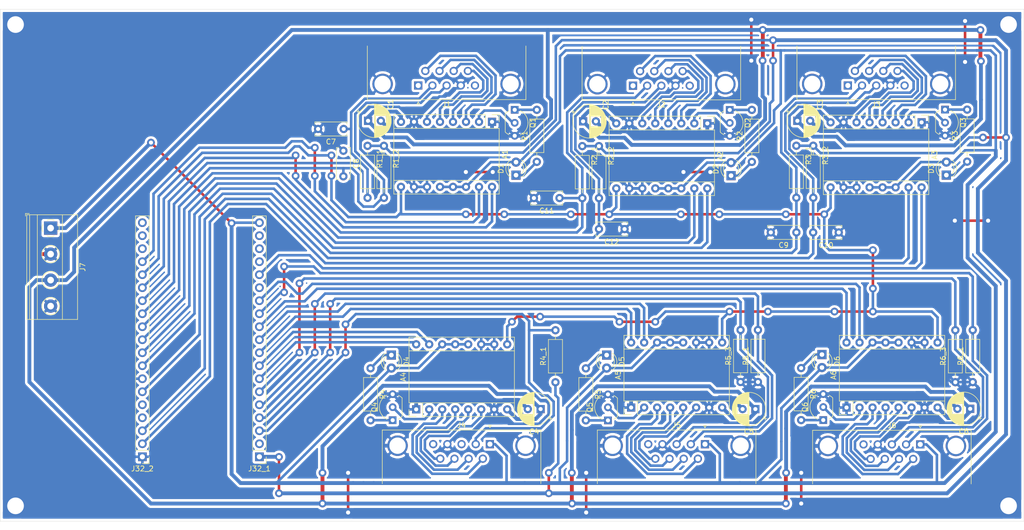
<source format=kicad_pcb>
(kicad_pcb (version 20171130) (host pcbnew 5.1.8-db9833491~87~ubuntu20.04.1)
  (layers (0 F.Cu signal) (31 B.Cu signal) (34 B.Paste user) (35 F.Paste user) (36 B.SilkS user) (37 F.SilkS user) (38 B.Mask user) (39 F.Mask user) (44 Edge.Cuts user))
  (net 0 "")
  (net 1 GND)
  (net 2 M1_A-)
  (net 3 M1_A+)
  (net 4 +3V3)
  (net 5 M1_B+)
  (net 6 M1_B-)
  (net 7 M1_STEP)
  (net 8 +12V)
  (net 9 M1_DIR)
  (net 10 M2_DIR)
  (net 11 M2_STEP)
  (net 12 M2_B-)
  (net 13 M2_B+)
  (net 14 M2_A+)
  (net 15 M2_A-)
  (net 16 M3_A-)
  (net 17 M3_A+)
  (net 18 M3_B+)
  (net 19 M3_B-)
  (net 20 M3_STEP)
  (net 21 M3_DIR)
  (net 22 M4_DIR)
  (net 23 M4_STEP)
  (net 24 M4_B-)
  (net 25 M4_B+)
  (net 26 M4_A+)
  (net 27 M4_A-)
  (net 28 M5_A-)
  (net 29 M5_A+)
  (net 30 M5_B+)
  (net 31 M5_B-)
  (net 32 M5_STEP)
  (net 33 M5_DIR)
  (net 34 M6_DIR)
  (net 35 M6_STEP)
  (net 36 M6_B-)
  (net 37 M6_B+)
  (net 38 M6_A+)
  (net 39 M6_A-)
  (net 40 "Net-(J1-Pad5)")
  (net 41 M1_SW2)
  (net 42 M1_SW1)
  (net 43 "Net-(J1-Pad1)")
  (net 44 "Net-(J2-Pad1)")
  (net 45 M2_SW1)
  (net 46 M2_SW2)
  (net 47 "Net-(J2-Pad5)")
  (net 48 "Net-(J3-Pad5)")
  (net 49 M3_SW2)
  (net 50 M3_SW1)
  (net 51 "Net-(J3-Pad1)")
  (net 52 "Net-(J4-Pad5)")
  (net 53 "Net-(J4-Pad3)")
  (net 54 +5V)
  (net 55 "Net-(J5-Pad5)")
  (net 56 "Net-(J6-Pad5)")
  (net 57 "Net-(J32_1-Pad18)")
  (net 58 "Net-(J32_1-Pad17)")
  (net 59 "Net-(J32_1-Pad16)")
  (net 60 "Net-(J32_1-Pad2)")
  (net 61 M5_SW1)
  (net 62 M5_SW2)
  (net 63 "Net-(J32_2-Pad4)")
  (net 64 "Net-(J32_2-Pad5)")
  (net 65 M4_SW1)
  (net 66 M6_SW1)
  (net 67 M6_SW2)
  (net 68 "Net-(J32_2-Pad17)")
  (net 69 "Net-(J32_2-Pad18)")
  (net 70 "Net-(J32_2-Pad19)")
  (net 71 FLT_1)
  (net 72 "Net-(D1-Pad1)")
  (net 73 "Net-(Q1-Pad1)")
  (net 74 EN)
  (net 75 FLT_2)
  (net 76 "Net-(D2-Pad1)")
  (net 77 "Net-(Q2-Pad1)")
  (net 78 FLT_3)
  (net 79 "Net-(D3-Pad1)")
  (net 80 "Net-(Q3-Pad1)")
  (net 81 FLT_4)
  (net 82 FLT_5)
  (net 83 FLT_6)
  (net 84 "Net-(D4-Pad1)")
  (net 85 "Net-(D5-Pad1)")
  (net 86 "Net-(D6-Pad1)")
  (net 87 "Net-(Q4-Pad1)")
  (net 88 "Net-(Q5-Pad1)")
  (net 89 "Net-(Q6-Pad1)")
  (net 90 "Net-(J32_1-Pad14)")
  (module Resistor_THT:R_Axial_DIN0207_L6.3mm_D2.5mm_P10.16mm_Horizontal (layer F.Cu) (at 490 272.7795 90)
    (fp_text reference R6_1 (at 5.08 -2.37 90) (layer F.SilkS))
    (fp_text value 1.8k)
    (pad 1 thru_hole circle (at 0 0 90) (size 1.6 1.6) (drill 0.8) (layers *.Cu *.Mask) (net 1 GND))
    (pad 2 thru_hole oval (at 10.16 0 90) (size 1.6 1.6) (drill 0.8) (layers *.Cu *.Mask) (net 66 M6_SW1))
  )
  (module Resistor_THT:R_Axial_DIN0207_L6.3mm_D2.5mm_P10.16mm_Horizontal (layer F.Cu) (at 486.6 272.8 90)
    (fp_text reference R6_3 (at 5.08 -2.37 90) (layer F.SilkS))
    (fp_text value 1.8k)
    (pad 1 thru_hole circle (at 0 0 90) (size 1.6 1.6) (drill 0.8) (layers *.Cu *.Mask) (net 1 GND))
    (pad 2 thru_hole oval (at 10.16 0 90) (size 1.6 1.6) (drill 0.8) (layers *.Cu *.Mask) (net 67 M6_SW2))
  )
  (module Connector_Dsub:DSUB-9_Female_Horizontal_P2.77x2.84mm_EdgePinOffset4.94mm_Housed_MountingHolesOffset7.48mm (layer F.Cu) (at 437.705 284.91)
    (fp_text reference J5 (at -5.54 -3.7) (layer F.SilkS))
    (fp_text value DB9_M5)
    (pad 1 thru_hole rect (at 0 0) (size 1.6 1.6) (drill 1) (layers *.Cu *.Mask) (net 54 +5V))
    (pad 2 thru_hole circle (at -2.77 0) (size 1.6 1.6) (drill 1) (layers *.Cu *.Mask) (net 61 M5_SW1))
    (pad 3 thru_hole circle (at -5.54 0) (size 1.6 1.6) (drill 1) (layers *.Cu *.Mask) (net 62 M5_SW2))
    (pad 4 thru_hole circle (at -8.31 0) (size 1.6 1.6) (drill 1) (layers *.Cu *.Mask) (net 1 GND))
    (pad 5 thru_hole circle (at -11.08 0) (size 1.6 1.6) (drill 1) (layers *.Cu *.Mask) (net 55 "Net-(J5-Pad5)"))
    (pad 6 thru_hole circle (at -1.385 2.84) (size 1.6 1.6) (drill 1) (layers *.Cu *.Mask) (net 29 M5_A+))
    (pad 7 thru_hole circle (at -4.155 2.84) (size 1.6 1.6) (drill 1) (layers *.Cu *.Mask) (net 28 M5_A-))
    (pad 8 thru_hole circle (at -6.925 2.84) (size 1.6 1.6) (drill 1) (layers *.Cu *.Mask) (net 30 M5_B+))
    (pad 9 thru_hole circle (at -9.695 2.84) (size 1.6 1.6) (drill 1) (layers *.Cu *.Mask) (net 31 M5_B-))
    (pad 0 thru_hole circle (at -18.04 0.3) (size 4 4) (drill 3.2) (layers *.Cu *.Mask) (net 1 GND))
    (pad 0 thru_hole circle (at 6.96 0.3) (size 4 4) (drill 3.2) (layers *.Cu *.Mask) (net 1 GND))
  )
  (module TerminalBlock_Phoenix:TerminalBlock_Phoenix_MKDS-1,5-4-5.08_1x04_P5.08mm_Horizontal (layer F.Cu) (at 309.9 242.7 270)
    (fp_text reference J7 (at 7.62 -6.26 90) (layer F.SilkS))
    (fp_text value Screw_Terminal_01x04)
    (pad 1 thru_hole rect (at 0 0 270) (size 2.6 2.6) (drill 1.3) (layers *.Cu *.Mask) (net 54 +5V))
    (pad 2 thru_hole circle (at 5.08 0 270) (size 2.6 2.6) (drill 1.3) (layers *.Cu *.Mask) (net 1 GND))
    (pad 3 thru_hole circle (at 10.16 0 270) (size 2.6 2.6) (drill 1.3) (layers *.Cu *.Mask) (net 8 +12V))
    (pad 4 thru_hole circle (at 15.24 0 270) (size 2.6 2.6) (drill 1.3) (layers *.Cu *.Mask) (net 1 GND))
  )
  (module Module:Pololu_Breakout-16_15.2x20.3mm (layer F.Cu) (at 396.11 221.95 270)
    (fp_text reference A1 (at 6.35 -2.54 90) (layer F.SilkS))
    (fp_text value "Driver M1")
    (pad 16 thru_hole oval (at 12.7 0 270) (size 1.6 1.6) (drill 0.8) (layers *.Cu *.Mask) (net 9 M1_DIR))
    (pad 8 thru_hole oval (at 0 17.78 270) (size 1.6 1.6) (drill 0.8) (layers *.Cu *.Mask) (net 8 +12V))
    (pad 15 thru_hole oval (at 12.7 2.54 270) (size 1.6 1.6) (drill 0.8) (layers *.Cu *.Mask) (net 7 M1_STEP))
    (pad 7 thru_hole oval (at 0 15.24 270) (size 1.6 1.6) (drill 0.8) (layers *.Cu *.Mask) (net 1 GND))
    (pad 14 thru_hole oval (at 12.7 5.08 270) (size 1.6 1.6) (drill 0.8) (layers *.Cu *.Mask) (net 54 +5V))
    (pad 6 thru_hole oval (at 0 12.7 270) (size 1.6 1.6) (drill 0.8) (layers *.Cu *.Mask) (net 6 M1_B-))
    (pad 13 thru_hole oval (at 12.7 7.62 270) (size 1.6 1.6) (drill 0.8) (layers *.Cu *.Mask) (net 54 +5V))
    (pad 5 thru_hole oval (at 0 10.16 270) (size 1.6 1.6) (drill 0.8) (layers *.Cu *.Mask) (net 5 M1_B+))
    (pad 12 thru_hole oval (at 12.7 10.16 270) (size 1.6 1.6) (drill 0.8) (layers *.Cu *.Mask) (net 54 +5V))
    (pad 4 thru_hole oval (at 0 7.62 270) (size 1.6 1.6) (drill 0.8) (layers *.Cu *.Mask) (net 2 M1_A-))
    (pad 11 thru_hole oval (at 12.7 12.7 270) (size 1.6 1.6) (drill 0.8) (layers *.Cu *.Mask) (net 1 GND))
    (pad 3 thru_hole oval (at 0 5.08 270) (size 1.6 1.6) (drill 0.8) (layers *.Cu *.Mask) (net 3 M1_A+))
    (pad 10 thru_hole oval (at 12.7 15.24 270) (size 1.6 1.6) (drill 0.8) (layers *.Cu *.Mask) (net 1 GND))
    (pad 2 thru_hole oval (at 0 2.54 270) (size 1.6 1.6) (drill 0.8) (layers *.Cu *.Mask) (net 71 FLT_1))
    (pad 9 thru_hole oval (at 12.7 17.78 270) (size 1.6 1.6) (drill 0.8) (layers *.Cu *.Mask) (net 74 EN))
    (pad 1 thru_hole rect (at 0 0 270) (size 1.6 1.6) (drill 0.8) (layers *.Cu *.Mask) (net 1 GND))
  )
  (module Module:Pololu_Breakout-16_15.2x20.3mm (layer F.Cu) (at 438.16 222.25 270)
    (fp_text reference A2 (at 6.35 -2.54 90) (layer F.SilkS))
    (fp_text value "Driver M2")
    (pad 16 thru_hole oval (at 12.7 0 270) (size 1.6 1.6) (drill 0.8) (layers *.Cu *.Mask) (net 10 M2_DIR))
    (pad 8 thru_hole oval (at 0 17.78 270) (size 1.6 1.6) (drill 0.8) (layers *.Cu *.Mask) (net 8 +12V))
    (pad 15 thru_hole oval (at 12.7 2.54 270) (size 1.6 1.6) (drill 0.8) (layers *.Cu *.Mask) (net 11 M2_STEP))
    (pad 7 thru_hole oval (at 0 15.24 270) (size 1.6 1.6) (drill 0.8) (layers *.Cu *.Mask) (net 1 GND))
    (pad 14 thru_hole oval (at 12.7 5.08 270) (size 1.6 1.6) (drill 0.8) (layers *.Cu *.Mask) (net 54 +5V))
    (pad 6 thru_hole oval (at 0 12.7 270) (size 1.6 1.6) (drill 0.8) (layers *.Cu *.Mask) (net 12 M2_B-))
    (pad 13 thru_hole oval (at 12.7 7.62 270) (size 1.6 1.6) (drill 0.8) (layers *.Cu *.Mask) (net 54 +5V))
    (pad 5 thru_hole oval (at 0 10.16 270) (size 1.6 1.6) (drill 0.8) (layers *.Cu *.Mask) (net 13 M2_B+))
    (pad 12 thru_hole oval (at 12.7 10.16 270) (size 1.6 1.6) (drill 0.8) (layers *.Cu *.Mask) (net 54 +5V))
    (pad 4 thru_hole oval (at 0 7.62 270) (size 1.6 1.6) (drill 0.8) (layers *.Cu *.Mask) (net 15 M2_A-))
    (pad 11 thru_hole oval (at 12.7 12.7 270) (size 1.6 1.6) (drill 0.8) (layers *.Cu *.Mask) (net 1 GND))
    (pad 3 thru_hole oval (at 0 5.08 270) (size 1.6 1.6) (drill 0.8) (layers *.Cu *.Mask) (net 14 M2_A+))
    (pad 10 thru_hole oval (at 12.7 15.24 270) (size 1.6 1.6) (drill 0.8) (layers *.Cu *.Mask) (net 1 GND))
    (pad 2 thru_hole oval (at 0 2.54 270) (size 1.6 1.6) (drill 0.8) (layers *.Cu *.Mask) (net 75 FLT_2))
    (pad 9 thru_hole oval (at 12.7 17.78 270) (size 1.6 1.6) (drill 0.8) (layers *.Cu *.Mask) (net 74 EN))
    (pad 1 thru_hole rect (at 0 0 270) (size 1.6 1.6) (drill 0.8) (layers *.Cu *.Mask) (net 1 GND))
  )
  (module Module:Pololu_Breakout-16_15.2x20.3mm (layer F.Cu) (at 465.35 277.75 90)
    (fp_text reference A6 (at 6.35 -2.54 90) (layer F.SilkS))
    (fp_text value "Driver M6")
    (pad 16 thru_hole oval (at 12.7 0 90) (size 1.6 1.6) (drill 0.8) (layers *.Cu *.Mask) (net 34 M6_DIR))
    (pad 8 thru_hole oval (at 0 17.78 90) (size 1.6 1.6) (drill 0.8) (layers *.Cu *.Mask) (net 8 +12V))
    (pad 15 thru_hole oval (at 12.7 2.54 90) (size 1.6 1.6) (drill 0.8) (layers *.Cu *.Mask) (net 35 M6_STEP))
    (pad 7 thru_hole oval (at 0 15.24 90) (size 1.6 1.6) (drill 0.8) (layers *.Cu *.Mask) (net 1 GND))
    (pad 14 thru_hole oval (at 12.7 5.08 90) (size 1.6 1.6) (drill 0.8) (layers *.Cu *.Mask) (net 54 +5V))
    (pad 6 thru_hole oval (at 0 12.7 90) (size 1.6 1.6) (drill 0.8) (layers *.Cu *.Mask) (net 36 M6_B-))
    (pad 13 thru_hole oval (at 12.7 7.62 90) (size 1.6 1.6) (drill 0.8) (layers *.Cu *.Mask) (net 54 +5V))
    (pad 5 thru_hole oval (at 0 10.16 90) (size 1.6 1.6) (drill 0.8) (layers *.Cu *.Mask) (net 37 M6_B+))
    (pad 12 thru_hole oval (at 12.7 10.16 90) (size 1.6 1.6) (drill 0.8) (layers *.Cu *.Mask) (net 54 +5V))
    (pad 4 thru_hole oval (at 0 7.62 90) (size 1.6 1.6) (drill 0.8) (layers *.Cu *.Mask) (net 39 M6_A-))
    (pad 11 thru_hole oval (at 12.7 12.7 90) (size 1.6 1.6) (drill 0.8) (layers *.Cu *.Mask) (net 1 GND))
    (pad 3 thru_hole oval (at 0 5.08 90) (size 1.6 1.6) (drill 0.8) (layers *.Cu *.Mask) (net 38 M6_A+))
    (pad 10 thru_hole oval (at 12.7 15.24 90) (size 1.6 1.6) (drill 0.8) (layers *.Cu *.Mask) (net 1 GND))
    (pad 2 thru_hole oval (at 0 2.54 90) (size 1.6 1.6) (drill 0.8) (layers *.Cu *.Mask) (net 83 FLT_6))
    (pad 9 thru_hole oval (at 12.7 17.78 90) (size 1.6 1.6) (drill 0.8) (layers *.Cu *.Mask) (net 74 EN))
    (pad 1 thru_hole rect (at 0 0 90) (size 1.6 1.6) (drill 0.8) (layers *.Cu *.Mask) (net 1 GND))
  )
  (module Capacitor_THT:CP_Radial_D6.3mm_P2.50mm (layer F.Cu) (at 489.5 278 180)
    (fp_text reference C6 (at 1.25 -4.4) (layer F.SilkS))
    (fp_text value 47uF)
    (pad 2 thru_hole circle (at 2.5 0 180) (size 1.6 1.6) (drill 0.8) (layers *.Cu *.Mask) (net 1 GND))
    (pad 1 thru_hole rect (at 0 0 180) (size 1.6 1.6) (drill 0.8) (layers *.Cu *.Mask) (net 8 +12V))
  )
  (module Connector_Dsub:DSUB-9_Female_Horizontal_P2.77x2.84mm_EdgePinOffset4.94mm_Housed_MountingHolesOffset7.48mm (layer F.Cu) (at 381.7 214.85 180)
    (fp_text reference J1 (at -5.54 -3.7) (layer F.SilkS))
    (fp_text value DB9_M1)
    (pad 1 thru_hole rect (at 0 0 180) (size 1.6 1.6) (drill 1) (layers *.Cu *.Mask) (net 43 "Net-(J1-Pad1)"))
    (pad 2 thru_hole circle (at -2.77 0 180) (size 1.6 1.6) (drill 1) (layers *.Cu *.Mask) (net 42 M1_SW1))
    (pad 3 thru_hole circle (at -5.54 0 180) (size 1.6 1.6) (drill 1) (layers *.Cu *.Mask) (net 41 M1_SW2))
    (pad 4 thru_hole circle (at -8.31 0 180) (size 1.6 1.6) (drill 1) (layers *.Cu *.Mask) (net 1 GND))
    (pad 5 thru_hole circle (at -11.08 0 180) (size 1.6 1.6) (drill 1) (layers *.Cu *.Mask) (net 40 "Net-(J1-Pad5)"))
    (pad 6 thru_hole circle (at -1.385 2.84 180) (size 1.6 1.6) (drill 1) (layers *.Cu *.Mask) (net 3 M1_A+))
    (pad 7 thru_hole circle (at -4.155 2.84 180) (size 1.6 1.6) (drill 1) (layers *.Cu *.Mask) (net 2 M1_A-))
    (pad 8 thru_hole circle (at -6.925 2.84 180) (size 1.6 1.6) (drill 1) (layers *.Cu *.Mask) (net 5 M1_B+))
    (pad 9 thru_hole circle (at -9.695 2.84 180) (size 1.6 1.6) (drill 1) (layers *.Cu *.Mask) (net 6 M1_B-))
    (pad 0 thru_hole circle (at -18.04 0.3 180) (size 4 4) (drill 3.2) (layers *.Cu *.Mask) (net 1 GND))
    (pad 0 thru_hole circle (at 6.96 0.3 180) (size 4 4) (drill 3.2) (layers *.Cu *.Mask) (net 1 GND))
  )
  (module Module:Pololu_Breakout-16_15.2x20.3mm (layer F.Cu) (at 381.3 278.1 90)
    (fp_text reference A4 (at 6.35 -2.54 90) (layer F.SilkS))
    (fp_text value "Driver M4")
    (pad 16 thru_hole oval (at 12.7 0 90) (size 1.6 1.6) (drill 0.8) (layers *.Cu *.Mask) (net 22 M4_DIR))
    (pad 8 thru_hole oval (at 0 17.78 90) (size 1.6 1.6) (drill 0.8) (layers *.Cu *.Mask) (net 8 +12V))
    (pad 15 thru_hole oval (at 12.7 2.54 90) (size 1.6 1.6) (drill 0.8) (layers *.Cu *.Mask) (net 23 M4_STEP))
    (pad 7 thru_hole oval (at 0 15.24 90) (size 1.6 1.6) (drill 0.8) (layers *.Cu *.Mask) (net 1 GND))
    (pad 14 thru_hole oval (at 12.7 5.08 90) (size 1.6 1.6) (drill 0.8) (layers *.Cu *.Mask) (net 54 +5V))
    (pad 6 thru_hole oval (at 0 12.7 90) (size 1.6 1.6) (drill 0.8) (layers *.Cu *.Mask) (net 24 M4_B-))
    (pad 13 thru_hole oval (at 12.7 7.62 90) (size 1.6 1.6) (drill 0.8) (layers *.Cu *.Mask) (net 54 +5V))
    (pad 5 thru_hole oval (at 0 10.16 90) (size 1.6 1.6) (drill 0.8) (layers *.Cu *.Mask) (net 25 M4_B+))
    (pad 12 thru_hole oval (at 12.7 10.16 90) (size 1.6 1.6) (drill 0.8) (layers *.Cu *.Mask) (net 54 +5V))
    (pad 4 thru_hole oval (at 0 7.62 90) (size 1.6 1.6) (drill 0.8) (layers *.Cu *.Mask) (net 27 M4_A-))
    (pad 11 thru_hole oval (at 12.7 12.7 90) (size 1.6 1.6) (drill 0.8) (layers *.Cu *.Mask) (net 1 GND))
    (pad 3 thru_hole oval (at 0 5.08 90) (size 1.6 1.6) (drill 0.8) (layers *.Cu *.Mask) (net 26 M4_A+))
    (pad 10 thru_hole oval (at 12.7 15.24 90) (size 1.6 1.6) (drill 0.8) (layers *.Cu *.Mask) (net 1 GND))
    (pad 2 thru_hole oval (at 0 2.54 90) (size 1.6 1.6) (drill 0.8) (layers *.Cu *.Mask) (net 81 FLT_4))
    (pad 9 thru_hole oval (at 12.7 17.78 90) (size 1.6 1.6) (drill 0.8) (layers *.Cu *.Mask) (net 74 EN))
    (pad 1 thru_hole rect (at 0 0 90) (size 1.6 1.6) (drill 0.8) (layers *.Cu *.Mask) (net 1 GND))
  )
  (module Module:Pololu_Breakout-16_15.2x20.3mm (layer F.Cu) (at 423.28 277.75 90)
    (fp_text reference A5 (at 6.35 -2.54 90) (layer F.SilkS))
    (fp_text value "Driver M5")
    (pad 1 thru_hole rect (at 0 0 90) (size 1.6 1.6) (drill 0.8) (layers *.Cu *.Mask) (net 1 GND))
    (pad 9 thru_hole oval (at 12.7 17.78 90) (size 1.6 1.6) (drill 0.8) (layers *.Cu *.Mask) (net 74 EN))
    (pad 2 thru_hole oval (at 0 2.54 90) (size 1.6 1.6) (drill 0.8) (layers *.Cu *.Mask) (net 82 FLT_5))
    (pad 10 thru_hole oval (at 12.7 15.24 90) (size 1.6 1.6) (drill 0.8) (layers *.Cu *.Mask) (net 1 GND))
    (pad 3 thru_hole oval (at 0 5.08 90) (size 1.6 1.6) (drill 0.8) (layers *.Cu *.Mask) (net 29 M5_A+))
    (pad 11 thru_hole oval (at 12.7 12.7 90) (size 1.6 1.6) (drill 0.8) (layers *.Cu *.Mask) (net 1 GND))
    (pad 4 thru_hole oval (at 0 7.62 90) (size 1.6 1.6) (drill 0.8) (layers *.Cu *.Mask) (net 28 M5_A-))
    (pad 12 thru_hole oval (at 12.7 10.16 90) (size 1.6 1.6) (drill 0.8) (layers *.Cu *.Mask) (net 54 +5V))
    (pad 5 thru_hole oval (at 0 10.16 90) (size 1.6 1.6) (drill 0.8) (layers *.Cu *.Mask) (net 30 M5_B+))
    (pad 13 thru_hole oval (at 12.7 7.62 90) (size 1.6 1.6) (drill 0.8) (layers *.Cu *.Mask) (net 54 +5V))
    (pad 6 thru_hole oval (at 0 12.7 90) (size 1.6 1.6) (drill 0.8) (layers *.Cu *.Mask) (net 31 M5_B-))
    (pad 14 thru_hole oval (at 12.7 5.08 90) (size 1.6 1.6) (drill 0.8) (layers *.Cu *.Mask) (net 54 +5V))
    (pad 7 thru_hole oval (at 0 15.24 90) (size 1.6 1.6) (drill 0.8) (layers *.Cu *.Mask) (net 1 GND))
    (pad 15 thru_hole oval (at 12.7 2.54 90) (size 1.6 1.6) (drill 0.8) (layers *.Cu *.Mask) (net 32 M5_STEP))
    (pad 8 thru_hole oval (at 0 17.78 90) (size 1.6 1.6) (drill 0.8) (layers *.Cu *.Mask) (net 8 +12V))
    (pad 16 thru_hole oval (at 12.7 0 90) (size 1.6 1.6) (drill 0.8) (layers *.Cu *.Mask) (net 33 M5_DIR))
  )
  (module Module:Pololu_Breakout-16_15.2x20.3mm (layer F.Cu) (at 480.01 222.05 270)
    (fp_text reference A3 (at 6.35 -2.54 90) (layer F.SilkS))
    (fp_text value "Driver M1")
    (pad 1 thru_hole rect (at 0 0 270) (size 1.6 1.6) (drill 0.8) (layers *.Cu *.Mask) (net 1 GND))
    (pad 9 thru_hole oval (at 12.7 17.78 270) (size 1.6 1.6) (drill 0.8) (layers *.Cu *.Mask) (net 74 EN))
    (pad 2 thru_hole oval (at 0 2.54 270) (size 1.6 1.6) (drill 0.8) (layers *.Cu *.Mask) (net 78 FLT_3))
    (pad 10 thru_hole oval (at 12.7 15.24 270) (size 1.6 1.6) (drill 0.8) (layers *.Cu *.Mask) (net 1 GND))
    (pad 3 thru_hole oval (at 0 5.08 270) (size 1.6 1.6) (drill 0.8) (layers *.Cu *.Mask) (net 17 M3_A+))
    (pad 11 thru_hole oval (at 12.7 12.7 270) (size 1.6 1.6) (drill 0.8) (layers *.Cu *.Mask) (net 1 GND))
    (pad 4 thru_hole oval (at 0 7.62 270) (size 1.6 1.6) (drill 0.8) (layers *.Cu *.Mask) (net 16 M3_A-))
    (pad 12 thru_hole oval (at 12.7 10.16 270) (size 1.6 1.6) (drill 0.8) (layers *.Cu *.Mask) (net 54 +5V))
    (pad 5 thru_hole oval (at 0 10.16 270) (size 1.6 1.6) (drill 0.8) (layers *.Cu *.Mask) (net 18 M3_B+))
    (pad 13 thru_hole oval (at 12.7 7.62 270) (size 1.6 1.6) (drill 0.8) (layers *.Cu *.Mask) (net 54 +5V))
    (pad 6 thru_hole oval (at 0 12.7 270) (size 1.6 1.6) (drill 0.8) (layers *.Cu *.Mask) (net 19 M3_B-))
    (pad 14 thru_hole oval (at 12.7 5.08 270) (size 1.6 1.6) (drill 0.8) (layers *.Cu *.Mask) (net 54 +5V))
    (pad 7 thru_hole oval (at 0 15.24 270) (size 1.6 1.6) (drill 0.8) (layers *.Cu *.Mask) (net 1 GND))
    (pad 15 thru_hole oval (at 12.7 2.54 270) (size 1.6 1.6) (drill 0.8) (layers *.Cu *.Mask) (net 20 M3_STEP))
    (pad 8 thru_hole oval (at 0 17.78 270) (size 1.6 1.6) (drill 0.8) (layers *.Cu *.Mask) (net 8 +12V))
    (pad 16 thru_hole oval (at 12.7 0 270) (size 1.6 1.6) (drill 0.8) (layers *.Cu *.Mask) (net 21 M3_DIR))
  )
  (module Resistor_THT:R_Axial_DIN0207_L6.3mm_D2.5mm_P10.16mm_Horizontal (layer F.Cu) (at 375 226.635 270)
    (fp_text reference R1_2 (at 2.54 -2.37 90) (layer F.SilkS))
    (fp_text value 10k)
    (pad 1 thru_hole circle (at 0 0 270) (size 1.6 1.6) (drill 0.8) (layers *.Cu *.Mask) (net 4 +3V3))
    (pad 2 thru_hole oval (at 10.16 0 270) (size 1.6 1.6) (drill 0.8) (layers *.Cu *.Mask) (net 41 M1_SW2))
  )
  (module Capacitor_THT:CP_Radial_D6.3mm_P2.50mm (layer F.Cu) (at 371.9 221.75)
    (fp_text reference C1 (at 4.405 -3.175 270) (layer F.SilkS))
    (fp_text value 47uF)
    (pad 2 thru_hole circle (at 2.5 0) (size 1.6 1.6) (drill 0.8) (layers *.Cu *.Mask) (net 1 GND))
    (pad 1 thru_hole rect (at 0 0) (size 1.6 1.6) (drill 0.8) (layers *.Cu *.Mask) (net 8 +12V))
  )
  (module Capacitor_THT:CP_Radial_D6.3mm_P2.50mm (layer F.Cu) (at 413.9 221.85)
    (fp_text reference C2 (at 4.445 -3.175 -90) (layer F.SilkS))
    (fp_text value 47uF)
    (pad 2 thru_hole circle (at 2.5 0) (size 1.6 1.6) (drill 0.8) (layers *.Cu *.Mask) (net 1 GND))
    (pad 1 thru_hole rect (at 0 0) (size 1.6 1.6) (drill 0.8) (layers *.Cu *.Mask) (net 8 +12V))
  )
  (module Capacitor_THT:CP_Radial_D6.3mm_P2.50mm (layer F.Cu) (at 455.75 221.75)
    (fp_text reference C3 (at 4.445 -3.175 270) (layer F.SilkS))
    (fp_text value 47uF)
    (pad 1 thru_hole rect (at 0 0) (size 1.6 1.6) (drill 0.8) (layers *.Cu *.Mask) (net 8 +12V))
    (pad 2 thru_hole circle (at 2.5 0) (size 1.6 1.6) (drill 0.8) (layers *.Cu *.Mask) (net 1 GND))
  )
  (module Capacitor_THT:CP_Radial_D6.3mm_P2.50mm (layer F.Cu) (at 405.6 278.05 180)
    (fp_text reference C4 (at 1.25 -4.4) (layer F.SilkS))
    (fp_text value 47uF)
    (pad 1 thru_hole rect (at 0 0 180) (size 1.6 1.6) (drill 0.8) (layers *.Cu *.Mask) (net 8 +12V))
    (pad 2 thru_hole circle (at 2.5 0 180) (size 1.6 1.6) (drill 0.8) (layers *.Cu *.Mask) (net 1 GND))
  )
  (module Capacitor_THT:CP_Radial_D6.3mm_P2.50mm (layer F.Cu) (at 447.55 278.05 180)
    (fp_text reference C5 (at 1.25 -4.4) (layer F.SilkS))
    (fp_text value 47uF)
    (pad 1 thru_hole rect (at 0 0 180) (size 1.6 1.6) (drill 0.8) (layers *.Cu *.Mask) (net 8 +12V))
    (pad 2 thru_hole circle (at 2.5 0 180) (size 1.6 1.6) (drill 0.8) (layers *.Cu *.Mask) (net 1 GND))
  )
  (module Connector_Dsub:DSUB-9_Female_Horizontal_P2.77x2.84mm_EdgePinOffset4.94mm_Housed_MountingHolesOffset7.48mm (layer F.Cu) (at 423.645 214.89 180)
    (fp_text reference J2 (at -5.54 -3.7) (layer F.SilkS))
    (fp_text value DB9_M2)
    (pad 1 thru_hole rect (at 0 0 180) (size 1.6 1.6) (drill 1) (layers *.Cu *.Mask) (net 44 "Net-(J2-Pad1)"))
    (pad 2 thru_hole circle (at -2.77 0 180) (size 1.6 1.6) (drill 1) (layers *.Cu *.Mask) (net 45 M2_SW1))
    (pad 3 thru_hole circle (at -5.54 0 180) (size 1.6 1.6) (drill 1) (layers *.Cu *.Mask) (net 46 M2_SW2))
    (pad 4 thru_hole circle (at -8.31 0 180) (size 1.6 1.6) (drill 1) (layers *.Cu *.Mask) (net 1 GND))
    (pad 5 thru_hole circle (at -11.08 0 180) (size 1.6 1.6) (drill 1) (layers *.Cu *.Mask) (net 47 "Net-(J2-Pad5)"))
    (pad 6 thru_hole circle (at -1.385 2.84 180) (size 1.6 1.6) (drill 1) (layers *.Cu *.Mask) (net 14 M2_A+))
    (pad 7 thru_hole circle (at -4.155 2.84 180) (size 1.6 1.6) (drill 1) (layers *.Cu *.Mask) (net 15 M2_A-))
    (pad 8 thru_hole circle (at -6.925 2.84 180) (size 1.6 1.6) (drill 1) (layers *.Cu *.Mask) (net 13 M2_B+))
    (pad 9 thru_hole circle (at -9.695 2.84 180) (size 1.6 1.6) (drill 1) (layers *.Cu *.Mask) (net 12 M2_B-))
    (pad 0 thru_hole circle (at -18.04 0.3 180) (size 4 4) (drill 3.2) (layers *.Cu *.Mask) (net 1 GND))
    (pad 0 thru_hole circle (at 6.96 0.3 180) (size 4 4) (drill 3.2) (layers *.Cu *.Mask) (net 1 GND))
  )
  (module Connector_Dsub:DSUB-9_Female_Horizontal_P2.77x2.84mm_EdgePinOffset4.94mm_Housed_MountingHolesOffset7.48mm (layer F.Cu) (at 465.61 214.85 180)
    (fp_text reference J3 (at -5.54 -3.7) (layer F.SilkS))
    (fp_text value DB9_M3)
    (pad 0 thru_hole circle (at 6.96 0.3 180) (size 4 4) (drill 3.2) (layers *.Cu *.Mask) (net 1 GND))
    (pad 0 thru_hole circle (at -18.04 0.3 180) (size 4 4) (drill 3.2) (layers *.Cu *.Mask) (net 1 GND))
    (pad 9 thru_hole circle (at -9.695 2.84 180) (size 1.6 1.6) (drill 1) (layers *.Cu *.Mask) (net 19 M3_B-))
    (pad 8 thru_hole circle (at -6.925 2.84 180) (size 1.6 1.6) (drill 1) (layers *.Cu *.Mask) (net 18 M3_B+))
    (pad 7 thru_hole circle (at -4.155 2.84 180) (size 1.6 1.6) (drill 1) (layers *.Cu *.Mask) (net 16 M3_A-))
    (pad 6 thru_hole circle (at -1.385 2.84 180) (size 1.6 1.6) (drill 1) (layers *.Cu *.Mask) (net 17 M3_A+))
    (pad 5 thru_hole circle (at -11.08 0 180) (size 1.6 1.6) (drill 1) (layers *.Cu *.Mask) (net 48 "Net-(J3-Pad5)"))
    (pad 4 thru_hole circle (at -8.31 0 180) (size 1.6 1.6) (drill 1) (layers *.Cu *.Mask) (net 1 GND))
    (pad 3 thru_hole circle (at -5.54 0 180) (size 1.6 1.6) (drill 1) (layers *.Cu *.Mask) (net 49 M3_SW2))
    (pad 2 thru_hole circle (at -2.77 0 180) (size 1.6 1.6) (drill 1) (layers *.Cu *.Mask) (net 50 M3_SW1))
    (pad 1 thru_hole rect (at 0 0 180) (size 1.6 1.6) (drill 1) (layers *.Cu *.Mask) (net 51 "Net-(J3-Pad1)"))
  )
  (module Connector_Dsub:DSUB-9_Female_Horizontal_P2.77x2.84mm_EdgePinOffset4.94mm_Housed_MountingHolesOffset7.48mm (layer F.Cu) (at 395.7 284.9)
    (fp_text reference J4 (at -5.54 -3.7) (layer F.SilkS))
    (fp_text value DB9_M4)
    (pad 0 thru_hole circle (at 6.96 0.3) (size 4 4) (drill 3.2) (layers *.Cu *.Mask) (net 1 GND))
    (pad 0 thru_hole circle (at -18.04 0.3) (size 4 4) (drill 3.2) (layers *.Cu *.Mask) (net 1 GND))
    (pad 9 thru_hole circle (at -9.695 2.84) (size 1.6 1.6) (drill 1) (layers *.Cu *.Mask) (net 24 M4_B-))
    (pad 8 thru_hole circle (at -6.925 2.84) (size 1.6 1.6) (drill 1) (layers *.Cu *.Mask) (net 25 M4_B+))
    (pad 7 thru_hole circle (at -4.155 2.84) (size 1.6 1.6) (drill 1) (layers *.Cu *.Mask) (net 27 M4_A-))
    (pad 6 thru_hole circle (at -1.385 2.84) (size 1.6 1.6) (drill 1) (layers *.Cu *.Mask) (net 26 M4_A+))
    (pad 5 thru_hole circle (at -11.08 0) (size 1.6 1.6) (drill 1) (layers *.Cu *.Mask) (net 52 "Net-(J4-Pad5)"))
    (pad 4 thru_hole circle (at -8.31 0) (size 1.6 1.6) (drill 1) (layers *.Cu *.Mask) (net 1 GND))
    (pad 3 thru_hole circle (at -5.54 0) (size 1.6 1.6) (drill 1) (layers *.Cu *.Mask) (net 53 "Net-(J4-Pad3)"))
    (pad 2 thru_hole circle (at -2.77 0) (size 1.6 1.6) (drill 1) (layers *.Cu *.Mask) (net 65 M4_SW1))
    (pad 1 thru_hole rect (at 0 0) (size 1.6 1.6) (drill 1) (layers *.Cu *.Mask) (net 54 +5V))
  )
  (module Connector_Dsub:DSUB-9_Female_Horizontal_P2.77x2.84mm_EdgePinOffset4.94mm_Housed_MountingHolesOffset7.48mm (layer F.Cu) (at 479.75 284.95)
    (fp_text reference J6 (at -5.54 -3.7) (layer F.SilkS))
    (fp_text value DB9_M6)
    (pad 1 thru_hole rect (at 0 0) (size 1.6 1.6) (drill 1) (layers *.Cu *.Mask) (net 54 +5V))
    (pad 2 thru_hole circle (at -2.77 0) (size 1.6 1.6) (drill 1) (layers *.Cu *.Mask) (net 66 M6_SW1))
    (pad 3 thru_hole circle (at -5.54 0) (size 1.6 1.6) (drill 1) (layers *.Cu *.Mask) (net 67 M6_SW2))
    (pad 4 thru_hole circle (at -8.31 0) (size 1.6 1.6) (drill 1) (layers *.Cu *.Mask) (net 1 GND))
    (pad 5 thru_hole circle (at -11.08 0) (size 1.6 1.6) (drill 1) (layers *.Cu *.Mask) (net 56 "Net-(J6-Pad5)"))
    (pad 6 thru_hole circle (at -1.385 2.84) (size 1.6 1.6) (drill 1) (layers *.Cu *.Mask) (net 38 M6_A+))
    (pad 7 thru_hole circle (at -4.155 2.84) (size 1.6 1.6) (drill 1) (layers *.Cu *.Mask) (net 39 M6_A-))
    (pad 8 thru_hole circle (at -6.925 2.84) (size 1.6 1.6) (drill 1) (layers *.Cu *.Mask) (net 37 M6_B+))
    (pad 9 thru_hole circle (at -9.695 2.84) (size 1.6 1.6) (drill 1) (layers *.Cu *.Mask) (net 36 M6_B-))
    (pad 0 thru_hole circle (at -18.04 0.3) (size 4 4) (drill 3.2) (layers *.Cu *.Mask) (net 1 GND))
    (pad 0 thru_hole circle (at 6.96 0.3) (size 4 4) (drill 3.2) (layers *.Cu *.Mask) (net 1 GND))
  )
  (module Connector_PinHeader_2.54mm:PinHeader_1x19_P2.54mm_Vertical (layer F.Cu) (at 350.68 287.365 180)
    (fp_text reference J32_1 (at 0 -2.33) (layer F.SilkS))
    (fp_text value ESP32-S)
    (pad 19 thru_hole oval (at 0 45.72 180) (size 1.7 1.7) (drill 1) (layers *.Cu *.Mask) (net 54 +5V))
    (pad 18 thru_hole oval (at 0 43.18 180) (size 1.7 1.7) (drill 1) (layers *.Cu *.Mask) (net 57 "Net-(J32_1-Pad18)"))
    (pad 17 thru_hole oval (at 0 40.64 180) (size 1.7 1.7) (drill 1) (layers *.Cu *.Mask) (net 58 "Net-(J32_1-Pad17)"))
    (pad 16 thru_hole oval (at 0 38.1 180) (size 1.7 1.7) (drill 1) (layers *.Cu *.Mask) (net 59 "Net-(J32_1-Pad16)"))
    (pad 15 thru_hole oval (at 0 35.56 180) (size 1.7 1.7) (drill 1) (layers *.Cu *.Mask) (net 21 M3_DIR))
    (pad 14 thru_hole oval (at 0 33.02 180) (size 1.7 1.7) (drill 1) (layers *.Cu *.Mask) (net 90 "Net-(J32_1-Pad14)"))
    (pad 13 thru_hole oval (at 0 30.48 180) (size 1.7 1.7) (drill 1) (layers *.Cu *.Mask) (net 35 M6_STEP))
    (pad 12 thru_hole oval (at 0 27.94 180) (size 1.7 1.7) (drill 1) (layers *.Cu *.Mask) (net 66 M6_SW1))
    (pad 11 thru_hole oval (at 0 25.4 180) (size 1.7 1.7) (drill 1) (layers *.Cu *.Mask) (net 34 M6_DIR))
    (pad 10 thru_hole oval (at 0 22.86 180) (size 1.7 1.7) (drill 1) (layers *.Cu *.Mask) (net 32 M5_STEP))
    (pad 9 thru_hole oval (at 0 20.32 180) (size 1.7 1.7) (drill 1) (layers *.Cu *.Mask) (net 33 M5_DIR))
    (pad 8 thru_hole oval (at 0 17.78 180) (size 1.7 1.7) (drill 1) (layers *.Cu *.Mask) (net 23 M4_STEP))
    (pad 7 thru_hole oval (at 0 15.24 180) (size 1.7 1.7) (drill 1) (layers *.Cu *.Mask) (net 22 M4_DIR))
    (pad 6 thru_hole oval (at 0 12.7 180) (size 1.7 1.7) (drill 1) (layers *.Cu *.Mask) (net 67 M6_SW2))
    (pad 5 thru_hole oval (at 0 10.16 180) (size 1.7 1.7) (drill 1) (layers *.Cu *.Mask) (net 61 M5_SW1))
    (pad 4 thru_hole oval (at 0 7.62 180) (size 1.7 1.7) (drill 1) (layers *.Cu *.Mask) (net 62 M5_SW2))
    (pad 3 thru_hole oval (at 0 5.08 180) (size 1.7 1.7) (drill 1) (layers *.Cu *.Mask) (net 65 M4_SW1))
    (pad 2 thru_hole oval (at 0 2.54 180) (size 1.7 1.7) (drill 1) (layers *.Cu *.Mask) (net 60 "Net-(J32_1-Pad2)"))
    (pad 1 thru_hole rect (at 0 0 180) (size 1.7 1.7) (drill 1) (layers *.Cu *.Mask) (net 4 +3V3))
  )
  (module Connector_PinHeader_2.54mm:PinHeader_1x19_P2.54mm_Vertical (layer F.Cu) (at 327.82 287.365 180)
    (fp_text reference J32_2 (at 0 -2.33) (layer F.SilkS))
    (fp_text value ESP32-S)
    (pad 1 thru_hole rect (at 0 0 180) (size 1.7 1.7) (drill 1) (layers *.Cu *.Mask) (net 1 GND))
    (pad 2 thru_hole oval (at 0 2.54 180) (size 1.7 1.7) (drill 1) (layers *.Cu *.Mask) (net 20 M3_STEP))
    (pad 3 thru_hole oval (at 0 5.08 180) (size 1.7 1.7) (drill 1) (layers *.Cu *.Mask) (net 49 M3_SW2))
    (pad 4 thru_hole oval (at 0 7.62 180) (size 1.7 1.7) (drill 1) (layers *.Cu *.Mask) (net 63 "Net-(J32_2-Pad4)"))
    (pad 5 thru_hole oval (at 0 10.16 180) (size 1.7 1.7) (drill 1) (layers *.Cu *.Mask) (net 64 "Net-(J32_2-Pad5)"))
    (pad 6 thru_hole oval (at 0 12.7 180) (size 1.7 1.7) (drill 1) (layers *.Cu *.Mask) (net 50 M3_SW1))
    (pad 7 thru_hole oval (at 0 15.24 180) (size 1.7 1.7) (drill 1) (layers *.Cu *.Mask) (net 1 GND))
    (pad 8 thru_hole oval (at 0 17.78 180) (size 1.7 1.7) (drill 1) (layers *.Cu *.Mask) (net 10 M2_DIR))
    (pad 9 thru_hole oval (at 0 20.32 180) (size 1.7 1.7) (drill 1) (layers *.Cu *.Mask) (net 11 M2_STEP))
    (pad 10 thru_hole oval (at 0 22.86 180) (size 1.7 1.7) (drill 1) (layers *.Cu *.Mask) (net 46 M2_SW2))
    (pad 11 thru_hole oval (at 0 25.4 180) (size 1.7 1.7) (drill 1) (layers *.Cu *.Mask) (net 45 M2_SW1))
    (pad 12 thru_hole oval (at 0 27.94 180) (size 1.7 1.7) (drill 1) (layers *.Cu *.Mask) (net 41 M1_SW2))
    (pad 13 thru_hole oval (at 0 30.48 180) (size 1.7 1.7) (drill 1) (layers *.Cu *.Mask) (net 42 M1_SW1))
    (pad 14 thru_hole oval (at 0 33.02 180) (size 1.7 1.7) (drill 1) (layers *.Cu *.Mask) (net 9 M1_DIR))
    (pad 15 thru_hole oval (at 0 35.56 180) (size 1.7 1.7) (drill 1) (layers *.Cu *.Mask) (net 74 EN))
    (pad 16 thru_hole oval (at 0 38.1 180) (size 1.7 1.7) (drill 1) (layers *.Cu *.Mask) (net 7 M1_STEP))
    (pad 17 thru_hole oval (at 0 40.64 180) (size 1.7 1.7) (drill 1) (layers *.Cu *.Mask) (net 68 "Net-(J32_2-Pad17)"))
    (pad 18 thru_hole oval (at 0 43.18 180) (size 1.7 1.7) (drill 1) (layers *.Cu *.Mask) (net 69 "Net-(J32_2-Pad18)"))
    (pad 19 thru_hole oval (at 0 45.72 180) (size 1.7 1.7) (drill 1) (layers *.Cu *.Mask) (net 70 "Net-(J32_2-Pad19)"))
  )
  (module Resistor_THT:R_Axial_DIN0207_L6.3mm_D2.5mm_P10.16mm_Horizontal (layer F.Cu) (at 371.8 226.635 270)
    (fp_text reference R1_1 (at 2.54 -2.37 90) (layer F.SilkS))
    (fp_text value 10k)
    (pad 2 thru_hole oval (at 10.16 0 270) (size 1.6 1.6) (drill 0.8) (layers *.Cu *.Mask) (net 42 M1_SW1))
    (pad 1 thru_hole circle (at 0 0 270) (size 1.6 1.6) (drill 0.8) (layers *.Cu *.Mask) (net 4 +3V3))
  )
  (module Resistor_THT:R_Axial_DIN0207_L6.3mm_D2.5mm_P10.16mm_Horizontal (layer F.Cu) (at 413.741 226.69 270)
    (fp_text reference R2_1 (at 1.905 -2.37 90) (layer F.SilkS))
    (fp_text value 10k)
    (pad 1 thru_hole circle (at 0 0 270) (size 1.6 1.6) (drill 0.8) (layers *.Cu *.Mask) (net 4 +3V3))
    (pad 2 thru_hole oval (at 10.16 0 270) (size 1.6 1.6) (drill 0.8) (layers *.Cu *.Mask) (net 45 M2_SW1))
  )
  (module Resistor_THT:R_Axial_DIN0207_L6.3mm_D2.5mm_P10.16mm_Horizontal (layer F.Cu) (at 417 226.69 270)
    (fp_text reference R2_2 (at 1.905 -2.37 90) (layer F.SilkS))
    (fp_text value 10k)
    (pad 2 thru_hole oval (at 10.16 0 270) (size 1.6 1.6) (drill 0.8) (layers *.Cu *.Mask) (net 46 M2_SW2))
    (pad 1 thru_hole circle (at 0 0 270) (size 1.6 1.6) (drill 0.8) (layers *.Cu *.Mask) (net 4 +3V3))
  )
  (module Resistor_THT:R_Axial_DIN0207_L6.3mm_D2.5mm_P10.16mm_Horizontal (layer F.Cu) (at 455.55 226.615 270)
    (fp_text reference R3_1 (at 1.905 -2.37 90) (layer F.SilkS))
    (fp_text value 10k)
    (pad 1 thru_hole circle (at 0 0 270) (size 1.6 1.6) (drill 0.8) (layers *.Cu *.Mask) (net 4 +3V3))
    (pad 2 thru_hole oval (at 10.16 0 270) (size 1.6 1.6) (drill 0.8) (layers *.Cu *.Mask) (net 50 M3_SW1))
  )
  (module Resistor_THT:R_Axial_DIN0207_L6.3mm_D2.5mm_P10.16mm_Horizontal (layer F.Cu) (at 458.85 226.615 270)
    (fp_text reference R3_2 (at 1.905 -2.37 90) (layer F.SilkS))
    (fp_text value 10k)
    (pad 2 thru_hole oval (at 10.16 0 270) (size 1.6 1.6) (drill 0.8) (layers *.Cu *.Mask) (net 49 M3_SW2))
    (pad 1 thru_hole circle (at 0 0 270) (size 1.6 1.6) (drill 0.8) (layers *.Cu *.Mask) (net 4 +3V3))
  )
  (module Resistor_THT:R_Axial_DIN0207_L6.3mm_D2.5mm_P10.16mm_Horizontal (layer F.Cu) (at 408.5 272.81 90)
    (fp_text reference R4_1 (at 5.08 -2.37 90) (layer F.SilkS))
    (fp_text value 1k)
    (pad 2 thru_hole oval (at 10.16 0 90) (size 1.6 1.6) (drill 0.8) (layers *.Cu *.Mask) (net 65 M4_SW1))
    (pad 1 thru_hole circle (at 0 0 90) (size 1.6 1.6) (drill 0.8) (layers *.Cu *.Mask) (net 4 +3V3))
  )
  (module Resistor_THT:R_Axial_DIN0207_L6.3mm_D2.5mm_P10.16mm_Horizontal (layer F.Cu) (at 448.05 272.76 90)
    (fp_text reference R5_1 (at 5.08 -2.37 90) (layer F.SilkS))
    (fp_text value 1.8k)
    (pad 2 thru_hole oval (at 10.16 0 90) (size 1.6 1.6) (drill 0.8) (layers *.Cu *.Mask) (net 61 M5_SW1))
    (pad 1 thru_hole circle (at 0 0 90) (size 1.6 1.6) (drill 0.8) (layers *.Cu *.Mask) (net 1 GND))
  )
  (module Resistor_THT:R_Axial_DIN0207_L6.3mm_D2.5mm_P10.16mm_Horizontal (layer F.Cu) (at 444.65 272.76 90)
    (fp_text reference R5_3 (at 5.08 -2.37 90) (layer F.SilkS))
    (fp_text value 1.8k)
    (pad 2 thru_hole oval (at 10.16 0 90) (size 1.6 1.6) (drill 0.8) (layers *.Cu *.Mask) (net 62 M5_SW2))
    (pad 1 thru_hole circle (at 0 0 90) (size 1.6 1.6) (drill 0.8) (layers *.Cu *.Mask) (net 1 GND))
  )
  (module LED_THT:LED_D3.0mm (layer F.Cu) (at 400.795 232.36 90)
    (fp_text reference D1 (at 1.27 -2.96 90) (layer F.SilkS))
    (fp_text value LED)
    (pad 1 thru_hole rect (at 0 0 90) (size 1.8 1.8) (drill 0.9) (layers *.Cu *.Mask) (net 72 "Net-(D1-Pad1)"))
    (pad 2 thru_hole circle (at 2.54 0 90) (size 1.8 1.8) (drill 0.9) (layers *.Cu *.Mask) (net 54 +5V))
  )
  (module Resistor_THT:R_Axial_DIN0207_L6.3mm_D2.5mm_P10.16mm_Horizontal (layer F.Cu) (at 404.859 229.76 90)
    (fp_text reference R1 (at 5.08 -2.37 90) (layer F.SilkS))
    (fp_text value 220)
    (pad 1 thru_hole circle (at 0 0 90) (size 1.6 1.6) (drill 0.8) (layers *.Cu *.Mask) (net 72 "Net-(D1-Pad1)"))
    (pad 2 thru_hole oval (at 10.16 0 90) (size 1.6 1.6) (drill 0.8) (layers *.Cu *.Mask) (net 73 "Net-(Q1-Pad1)"))
  )
  (module LED_THT:LED_D3.0mm (layer F.Cu) (at 442.795 232.45 90)
    (fp_text reference D2 (at 1.27 -2.96 90) (layer F.SilkS))
    (fp_text value LED)
    (pad 1 thru_hole rect (at 0 0 90) (size 1.8 1.8) (drill 0.9) (layers *.Cu *.Mask) (net 76 "Net-(D2-Pad1)"))
    (pad 2 thru_hole circle (at 2.54 0 90) (size 1.8 1.8) (drill 0.9) (layers *.Cu *.Mask) (net 54 +5V))
  )
  (module Resistor_THT:R_Axial_DIN0207_L6.3mm_D2.5mm_P10.16mm_Horizontal (layer F.Cu) (at 446.859 229.775 90)
    (fp_text reference R2 (at 5.08 -2.37 90) (layer F.SilkS))
    (fp_text value 220)
    (pad 1 thru_hole circle (at 0 0 90) (size 1.6 1.6) (drill 0.8) (layers *.Cu *.Mask) (net 76 "Net-(D2-Pad1)"))
    (pad 2 thru_hole oval (at 10.16 0 90) (size 1.6 1.6) (drill 0.8) (layers *.Cu *.Mask) (net 77 "Net-(Q2-Pad1)"))
  )
  (module LED_THT:LED_D3.0mm (layer F.Cu) (at 484.845 232.35 90)
    (fp_text reference D3 (at 1.27 -2.96 90) (layer F.SilkS))
    (fp_text value LED)
    (pad 1 thru_hole rect (at 0 0 90) (size 1.8 1.8) (drill 0.9) (layers *.Cu *.Mask) (net 79 "Net-(D3-Pad1)"))
    (pad 2 thru_hole circle (at 2.54 0 90) (size 1.8 1.8) (drill 0.9) (layers *.Cu *.Mask) (net 54 +5V))
  )
  (module Resistor_THT:R_Axial_DIN0207_L6.3mm_D2.5mm_P10.16mm_Horizontal (layer F.Cu) (at 488.909 229.7225 90)
    (fp_text reference R3 (at 5.08 -2.37 90) (layer F.SilkS))
    (fp_text value 220)
    (pad 1 thru_hole circle (at 0 0 90) (size 1.6 1.6) (drill 0.8) (layers *.Cu *.Mask) (net 79 "Net-(D3-Pad1)"))
    (pad 2 thru_hole oval (at 10.16 0 90) (size 1.6 1.6) (drill 0.8) (layers *.Cu *.Mask) (net 80 "Net-(Q3-Pad1)"))
  )
  (module Package_TO_SOT_THT:TO-92_Inline_Wide (layer F.Cu) (at 400.541 219.6 270)
    (fp_text reference Q1 (at 2.54 -3.56 90) (layer F.SilkS))
    (fp_text value BC237)
    (pad 1 thru_hole rect (at 0 0 270) (size 1.5 1.5) (drill 0.8) (layers *.Cu *.Mask) (net 73 "Net-(Q1-Pad1)"))
    (pad 3 thru_hole circle (at 5.08 0 270) (size 1.5 1.5) (drill 0.8) (layers *.Cu *.Mask) (net 1 GND))
    (pad 2 thru_hole circle (at 2.54 0 270) (size 1.5 1.5) (drill 0.8) (layers *.Cu *.Mask) (net 71 FLT_1))
  )
  (module Package_TO_SOT_THT:TO-92_Inline_Wide (layer F.Cu) (at 442.541 219.615 270)
    (fp_text reference Q2 (at 2.54 -3.56 90) (layer F.SilkS))
    (fp_text value BC237)
    (pad 2 thru_hole circle (at 2.54 0 270) (size 1.5 1.5) (drill 0.8) (layers *.Cu *.Mask) (net 75 FLT_2))
    (pad 3 thru_hole circle (at 5.08 0 270) (size 1.5 1.5) (drill 0.8) (layers *.Cu *.Mask) (net 1 GND))
    (pad 1 thru_hole rect (at 0 0 270) (size 1.5 1.5) (drill 0.8) (layers *.Cu *.Mask) (net 77 "Net-(Q2-Pad1)"))
  )
  (module Package_TO_SOT_THT:TO-92_Inline_Wide (layer F.Cu) (at 484.591 219.5625 270)
    (fp_text reference Q3 (at 2.54 -3.56 90) (layer F.SilkS))
    (fp_text value BC237)
    (pad 2 thru_hole circle (at 2.54 0 270) (size 1.5 1.5) (drill 0.8) (layers *.Cu *.Mask) (net 78 FLT_3))
    (pad 3 thru_hole circle (at 5.08 0 270) (size 1.5 1.5) (drill 0.8) (layers *.Cu *.Mask) (net 1 GND))
    (pad 1 thru_hole rect (at 0 0 270) (size 1.5 1.5) (drill 0.8) (layers *.Cu *.Mask) (net 80 "Net-(Q3-Pad1)"))
  )
  (module LED_THT:LED_D3.0mm (layer F.Cu) (at 376.45 267.5 270)
    (fp_text reference D4 (at 1.27 -2.96 90) (layer F.SilkS))
    (fp_text value LED)
    (pad 1 thru_hole rect (at 0 0 270) (size 1.8 1.8) (drill 0.9) (layers *.Cu *.Mask) (net 84 "Net-(D4-Pad1)"))
    (pad 2 thru_hole circle (at 2.54 0 270) (size 1.8 1.8) (drill 0.9) (layers *.Cu *.Mask) (net 54 +5V))
  )
  (module LED_THT:LED_D3.0mm (layer F.Cu) (at 418.5 267.5 270)
    (fp_text reference D5 (at 1.27 -2.96 90) (layer F.SilkS))
    (fp_text value LED)
    (pad 2 thru_hole circle (at 2.54 0 270) (size 1.8 1.8) (drill 0.9) (layers *.Cu *.Mask) (net 54 +5V))
    (pad 1 thru_hole rect (at 0 0 270) (size 1.8 1.8) (drill 0.9) (layers *.Cu *.Mask) (net 85 "Net-(D5-Pad1)"))
  )
  (module LED_THT:LED_D3.0mm (layer F.Cu) (at 460.55 267.4 270)
    (fp_text reference D6 (at 1.27 -2.96 90) (layer F.SilkS))
    (fp_text value LED)
    (pad 1 thru_hole rect (at 0 0 270) (size 1.8 1.8) (drill 0.9) (layers *.Cu *.Mask) (net 86 "Net-(D6-Pad1)"))
    (pad 2 thru_hole circle (at 2.54 0 270) (size 1.8 1.8) (drill 0.9) (layers *.Cu *.Mask) (net 54 +5V))
  )
  (module Package_TO_SOT_THT:TO-92_Inline_Wide (layer F.Cu) (at 376.704 280.220999 90)
    (fp_text reference Q4 (at 2.54 -3.56 90) (layer F.SilkS))
    (fp_text value BC237)
    (pad 2 thru_hole circle (at 2.54 0 90) (size 1.5 1.5) (drill 0.8) (layers *.Cu *.Mask) (net 81 FLT_4))
    (pad 3 thru_hole circle (at 5.08 0 90) (size 1.5 1.5) (drill 0.8) (layers *.Cu *.Mask) (net 1 GND))
    (pad 1 thru_hole rect (at 0 0 90) (size 1.5 1.5) (drill 0.8) (layers *.Cu *.Mask) (net 87 "Net-(Q4-Pad1)"))
  )
  (module Package_TO_SOT_THT:TO-92_Inline_Wide (layer F.Cu) (at 418.754 280.256 90)
    (fp_text reference Q5 (at 2.54 -3.56 90) (layer F.SilkS))
    (fp_text value BC237)
    (pad 1 thru_hole rect (at 0 0 90) (size 1.5 1.5) (drill 0.8) (layers *.Cu *.Mask) (net 88 "Net-(Q5-Pad1)"))
    (pad 3 thru_hole circle (at 5.08 0 90) (size 1.5 1.5) (drill 0.8) (layers *.Cu *.Mask) (net 1 GND))
    (pad 2 thru_hole circle (at 2.54 0 90) (size 1.5 1.5) (drill 0.8) (layers *.Cu *.Mask) (net 82 FLT_5))
  )
  (module Package_TO_SOT_THT:TO-92_Inline_Wide (layer F.Cu) (at 460.804 280.199 90)
    (fp_text reference Q6 (at 2.54 -3.56 90) (layer F.SilkS))
    (fp_text value BC237)
    (pad 2 thru_hole circle (at 2.54 0 90) (size 1.5 1.5) (drill 0.8) (layers *.Cu *.Mask) (net 83 FLT_6))
    (pad 3 thru_hole circle (at 5.08 0 90) (size 1.5 1.5) (drill 0.8) (layers *.Cu *.Mask) (net 1 GND))
    (pad 1 thru_hole rect (at 0 0 90) (size 1.5 1.5) (drill 0.8) (layers *.Cu *.Mask) (net 89 "Net-(Q6-Pad1)"))
  )
  (module Resistor_THT:R_Axial_DIN0207_L6.3mm_D2.5mm_P10.16mm_Horizontal (layer F.Cu) (at 372.386 270.08 270)
    (fp_text reference R4 (at 5.08 -2.37 90) (layer F.SilkS))
    (fp_text value 220)
    (pad 1 thru_hole circle (at 0 0 270) (size 1.6 1.6) (drill 0.8) (layers *.Cu *.Mask) (net 84 "Net-(D4-Pad1)"))
    (pad 2 thru_hole oval (at 10.16 0 270) (size 1.6 1.6) (drill 0.8) (layers *.Cu *.Mask) (net 87 "Net-(Q4-Pad1)"))
  )
  (module Resistor_THT:R_Axial_DIN0207_L6.3mm_D2.5mm_P10.16mm_Horizontal (layer F.Cu) (at 414.436 270.096 270)
    (fp_text reference R5 (at 5.08 -2.37 90) (layer F.SilkS))
    (fp_text value 220)
    (pad 2 thru_hole oval (at 10.16 0 270) (size 1.6 1.6) (drill 0.8) (layers *.Cu *.Mask) (net 88 "Net-(Q5-Pad1)"))
    (pad 1 thru_hole circle (at 0 0 270) (size 1.6 1.6) (drill 0.8) (layers *.Cu *.Mask) (net 85 "Net-(D5-Pad1)"))
  )
  (module Resistor_THT:R_Axial_DIN0207_L6.3mm_D2.5mm_P10.16mm_Horizontal (layer F.Cu) (at 456.486 270.039 270)
    (fp_text reference R6 (at 5.08 -2.37 90) (layer F.SilkS))
    (fp_text value 220)
    (pad 1 thru_hole circle (at 0 0 270) (size 1.6 1.6) (drill 0.8) (layers *.Cu *.Mask) (net 86 "Net-(D6-Pad1)"))
    (pad 2 thru_hole oval (at 10.16 0 270) (size 1.6 1.6) (drill 0.8) (layers *.Cu *.Mask) (net 89 "Net-(Q6-Pad1)"))
  )
  (module Capacitor_THT:C_Disc_D6.0mm_W2.5mm_P5.00mm (layer F.Cu) (at 367.14 223.34 180)
    (fp_text reference C7 (at 2.5 -2.5) (layer F.SilkS))
    (fp_text value 100nF)
    (pad 2 thru_hole circle (at 5 0 180) (size 1.6 1.6) (drill 0.8) (layers *.Cu *.Mask) (net 1 GND))
    (pad 1 thru_hole circle (at 0 0 180) (size 1.6 1.6) (drill 0.8) (layers *.Cu *.Mask) (net 42 M1_SW1))
  )
  (module Capacitor_THT:C_Disc_D6.0mm_W2.5mm_P5.00mm (layer F.Cu) (at 367.08 227.59 270)
    (fp_text reference C8 (at 2.5 -2.5 90) (layer F.SilkS))
    (fp_text value 100nF)
    (pad 2 thru_hole circle (at 5 0 270) (size 1.6 1.6) (drill 0.8) (layers *.Cu *.Mask) (net 41 M1_SW2))
    (pad 1 thru_hole circle (at 0 0 270) (size 1.6 1.6) (drill 0.8) (layers *.Cu *.Mask) (net 1 GND))
  )
  (module Capacitor_THT:C_Disc_D6.0mm_W2.5mm_P5.00mm (layer F.Cu) (at 455.56 243.54 180)
    (fp_text reference C9 (at 2.5 -2.5) (layer F.SilkS))
    (fp_text value 100nF)
    (pad 1 thru_hole circle (at 0 0 180) (size 1.6 1.6) (drill 0.8) (layers *.Cu *.Mask) (net 50 M3_SW1))
    (pad 2 thru_hole circle (at 5 0 180) (size 1.6 1.6) (drill 0.8) (layers *.Cu *.Mask) (net 1 GND))
  )
  (module Capacitor_THT:C_Disc_D6.0mm_W2.5mm_P5.00mm (layer F.Cu) (at 463.83 243.55 180)
    (fp_text reference C10 (at 2.5 -2.5) (layer F.SilkS))
    (fp_text value 100nF)
    (pad 1 thru_hole circle (at 0 0 180) (size 1.6 1.6) (drill 0.8) (layers *.Cu *.Mask) (net 1 GND))
    (pad 2 thru_hole circle (at 5 0 180) (size 1.6 1.6) (drill 0.8) (layers *.Cu *.Mask) (net 49 M3_SW2))
  )
  (module Capacitor_THT:C_Disc_D6.0mm_W2.5mm_P5.00mm (layer F.Cu) (at 409.29 236.83 180)
    (fp_text reference C11 (at 2.5 -2.5) (layer F.SilkS))
    (fp_text value 100nF)
    (pad 2 thru_hole circle (at 5 0 180) (size 1.6 1.6) (drill 0.8) (layers *.Cu *.Mask) (net 1 GND))
    (pad 1 thru_hole circle (at 0 0 180) (size 1.6 1.6) (drill 0.8) (layers *.Cu *.Mask) (net 45 M2_SW1))
  )
  (module Capacitor_THT:C_Disc_D6.0mm_W2.5mm_P5.00mm (layer F.Cu) (at 422 242.89 180)
    (fp_text reference C12 (at 2.5 -2.5) (layer F.SilkS))
    (fp_text value 100nF)
    (pad 1 thru_hole circle (at 0 0 180) (size 1.6 1.6) (drill 0.8) (layers *.Cu *.Mask) (net 1 GND))
    (pad 2 thru_hole circle (at 5 0 180) (size 1.6 1.6) (drill 0.8) (layers *.Cu *.Mask) (net 46 M2_SW2))
  )
  (gr_line (start 499.999 299.974) (end 300.0375 299.974) (layer Edge.Cuts) (width 0.05))
  (gr_line (start 499.999 199.9615) (end 499.999 299.974) (layer Edge.Cuts) (width 0.05))
  (gr_line (start 300.0375 199.9615) (end 499.999 199.9615) (layer Edge.Cuts) (width 0.05))
  (gr_line (start 300.0375 299.974) (end 300.0375 199.9615) (layer Edge.Cuts) (width 0.05))
  (segment (start 433.5 231.75) (end 438.75 231.75) (width 0.5) (layer F.Cu) (net 1))
  (via (at 438.75 231.75) (size 1.5) (drill 0.8) (layers F.Cu B.Cu) (net 1))
  (via (at 433.5 231.75) (size 1.5) (drill 0.8) (layers F.Cu B.Cu) (net 1))
  (via (at 396.25 231.75) (size 1.5) (drill 0.8) (layers F.Cu B.Cu) (net 1))
  (via (at 391 231.75) (size 1.5) (drill 0.8) (layers F.Cu B.Cu) (net 1))
  (via (at 456.5 290.5) (size 1.5) (drill 0.8) (layers F.Cu B.Cu) (net 1))
  (segment (start 456.5 296.5) (end 456.5 290.5) (width 0.5) (layer F.Cu) (net 1))
  (via (at 456.5 296.5) (size 1.5) (drill 0.8) (layers F.Cu B.Cu) (net 1))
  (via (at 414.5 290.5) (size 1.5) (drill 0.8) (layers F.Cu B.Cu) (net 1))
  (via (at 414.5 298.25) (size 1.5) (drill 0.8) (layers F.Cu B.Cu) (net 1))
  (segment (start 414.5 298.25) (end 414.5 290.5) (width 0.5) (layer F.Cu) (net 1))
  (via (at 486.5 241.25) (size 1.5) (drill 0.8) (layers F.Cu B.Cu) (net 1))
  (via (at 493 241.25) (size 1.5) (drill 0.8) (layers F.Cu B.Cu) (net 1))
  (segment (start 486.5 241.25) (end 493 241.25) (width 0.5) (layer F.Cu) (net 1))
  (via (at 488.5 202.25) (size 1.5) (drill 0.8) (layers F.Cu B.Cu) (net 1))
  (via (at 497 296.95) (size 4) (drill 3.25) (layers F.Cu B.Cu) (net 1))
  (via (at 497 202.95) (size 4) (drill 3.25) (layers F.Cu B.Cu) (net 1))
  (via (at 303.05 202.95) (size 4) (drill 3.25) (layers F.Cu B.Cu) (net 1))
  (via (at 303.05 296.95) (size 4) (drill 3.25) (layers F.Cu B.Cu) (net 1))
  (segment (start 385.819989 217.000011) (end 380.87 221.95) (width 0.5) (layer B.Cu) (net 1))
  (segment (start 386.999989 217.000011) (end 385.819989 217.000011) (width 0.5) (layer B.Cu) (net 1))
  (segment (start 388.600009 215.399991) (end 386.999989 217.000011) (width 0.5) (layer B.Cu) (net 1))
  (segment (start 389.850009 215.399991) (end 388.600009 215.399991) (width 0.5) (layer B.Cu) (net 1))
  (segment (start 390.01 215.24) (end 389.850009 215.399991) (width 0.5) (layer B.Cu) (net 1))
  (segment (start 390.01 214.85) (end 390.01 215.24) (width 0.5) (layer B.Cu) (net 1))
  (segment (start 370.449999 227.283001) (end 376.166998 233) (width 0.5) (layer B.Cu) (net 1))
  (segment (start 370.449999 220.609999) (end 370.449999 227.283001) (width 0.5) (layer B.Cu) (net 1))
  (segment (start 372.035008 219.02499) (end 370.449999 220.609999) (width 0.5) (layer B.Cu) (net 1))
  (segment (start 377.94499 219.02499) (end 372.035008 219.02499) (width 0.5) (layer B.Cu) (net 1))
  (segment (start 380.87 221.95) (end 377.94499 219.02499) (width 0.5) (layer B.Cu) (net 1))
  (segment (start 379.22 233) (end 380.87 234.65) (width 0.5) (layer B.Cu) (net 1))
  (segment (start 376.166998 233) (end 379.22 233) (width 0.5) (layer B.Cu) (net 1))
  (segment (start 379.394999 223.425001) (end 380.87 221.95) (width 0.75) (layer B.Cu) (net 1))
  (segment (start 376.075001 223.425001) (end 379.394999 223.425001) (width 0.75) (layer B.Cu) (net 1))
  (segment (start 374.4 221.75) (end 376.075001 223.425001) (width 0.75) (layer B.Cu) (net 1))
  (segment (start 380.87 221.95) (end 383.6 224.68) (width 0.75) (layer B.Cu) (net 1))
  (segment (start 400.541 224.68) (end 402.57 224.68) (width 0.75) (layer B.Cu) (net 1))
  (segment (start 402.57 224.68) (end 406.600001 220.65) (width 0.75) (layer B.Cu) (net 1))
  (segment (start 406.600001 220.65) (end 406.600001 218.350001) (width 0.75) (layer B.Cu) (net 1))
  (segment (start 406.600001 218.350001) (end 404.75 216.5) (width 0.75) (layer B.Cu) (net 1))
  (segment (start 404.75 216.5) (end 404.75 215.5) (width 0.75) (layer B.Cu) (net 1))
  (segment (start 396.11 224.64) (end 396.07 224.68) (width 0.75) (layer B.Cu) (net 1))
  (segment (start 396.11 221.95) (end 396.11 224.64) (width 0.75) (layer B.Cu) (net 1))
  (segment (start 396.07 224.68) (end 400.541 224.68) (width 0.75) (layer B.Cu) (net 1))
  (segment (start 383.6 224.68) (end 396.07 224.68) (width 0.75) (layer B.Cu) (net 1))
  (segment (start 416.4 221.85) (end 418.55 224) (width 0.75) (layer B.Cu) (net 1))
  (segment (start 421.17 224) (end 422.92 222.25) (width 0.75) (layer B.Cu) (net 1))
  (segment (start 418.55 224) (end 421.17 224) (width 0.75) (layer B.Cu) (net 1))
  (segment (start 425.365 224.695) (end 422.92 222.25) (width 0.75) (layer B.Cu) (net 1))
  (segment (start 438.16 224.59) (end 438.055 224.695) (width 0.75) (layer B.Cu) (net 1))
  (segment (start 438.16 222.25) (end 438.16 224.59) (width 0.75) (layer B.Cu) (net 1))
  (segment (start 438.055 224.695) (end 425.365 224.695) (width 0.75) (layer B.Cu) (net 1))
  (segment (start 442.541 224.695) (end 438.055 224.695) (width 0.75) (layer B.Cu) (net 1))
  (segment (start 422.956384 222.25) (end 422.92 222.25) (width 0.5) (layer B.Cu) (net 1))
  (segment (start 428.966383 216.240001) (end 422.956384 222.25) (width 0.5) (layer B.Cu) (net 1))
  (segment (start 430.604999 216.240001) (end 428.966383 216.240001) (width 0.5) (layer B.Cu) (net 1))
  (segment (start 431.955 214.89) (end 430.604999 216.240001) (width 0.5) (layer B.Cu) (net 1))
  (segment (start 412.390999 227.338001) (end 418.302998 233.25) (width 0.5) (layer B.Cu) (net 1))
  (segment (start 412.390999 220.859001) (end 412.390999 227.338001) (width 0.5) (layer B.Cu) (net 1))
  (segment (start 419.59499 218.92499) (end 414.32501 218.92499) (width 0.5) (layer B.Cu) (net 1))
  (segment (start 422.92 222.25) (end 419.59499 218.92499) (width 0.5) (layer B.Cu) (net 1))
  (segment (start 421.22 233.25) (end 422.92 234.95) (width 0.5) (layer B.Cu) (net 1))
  (segment (start 418.302998 233.25) (end 421.22 233.25) (width 0.5) (layer B.Cu) (net 1))
  (segment (start 422.92 234.95) (end 425.46 234.95) (width 0.5) (layer B.Cu) (net 1))
  (segment (start 380.87 234.65) (end 383.41 234.65) (width 0.5) (layer B.Cu) (net 1))
  (segment (start 469.77 217.05) (end 464.77 222.05) (width 0.5) (layer B.Cu) (net 1))
  (segment (start 471.72 217.05) (end 469.77 217.05) (width 0.5) (layer B.Cu) (net 1))
  (segment (start 473.92 214.85) (end 471.72 217.05) (width 0.5) (layer B.Cu) (net 1))
  (segment (start 454.199999 227.263001) (end 459.686998 232.75) (width 0.5) (layer B.Cu) (net 1))
  (segment (start 454.199999 220.800001) (end 454.199999 227.263001) (width 0.5) (layer B.Cu) (net 1))
  (segment (start 455.97501 219.02499) (end 454.199999 220.800001) (width 0.5) (layer B.Cu) (net 1))
  (segment (start 461.202992 219.02499) (end 455.97501 219.02499) (width 0.5) (layer B.Cu) (net 1))
  (segment (start 464.228002 222.05) (end 461.202992 219.02499) (width 0.5) (layer B.Cu) (net 1))
  (segment (start 464.77 222.05) (end 464.228002 222.05) (width 0.5) (layer B.Cu) (net 1))
  (segment (start 462.77 232.75) (end 464.77 234.75) (width 0.5) (layer B.Cu) (net 1))
  (segment (start 459.686998 232.75) (end 462.77 232.75) (width 0.5) (layer B.Cu) (net 1))
  (segment (start 458.25 221.75) (end 460.25 223.75) (width 0.75) (layer B.Cu) (net 1))
  (segment (start 463.07 223.75) (end 464.77 222.05) (width 0.75) (layer B.Cu) (net 1))
  (segment (start 460.25 223.75) (end 463.07 223.75) (width 0.75) (layer B.Cu) (net 1))
  (segment (start 464.77 222.05) (end 467.3625 224.6425) (width 0.75) (layer B.Cu) (net 1))
  (segment (start 467.3625 224.6425) (end 484.591 224.6425) (width 0.75) (layer B.Cu) (net 1))
  (segment (start 480.01 222.05) (end 480.01 224.6425) (width 0.75) (layer B.Cu) (net 1))
  (segment (start 484.591 224.6425) (end 486.6075 224.6425) (width 0.75) (layer B.Cu) (net 1))
  (segment (start 486.6075 224.6425) (end 490.5 220.75) (width 0.75) (layer B.Cu) (net 1))
  (segment (start 490.5 220.75) (end 490.5 218) (width 0.75) (layer B.Cu) (net 1))
  (segment (start 381.3 275.3) (end 381.140999 275.140999) (width 0.75) (layer B.Cu) (net 1))
  (segment (start 381.3 278.1) (end 381.3 275.3) (width 0.75) (layer B.Cu) (net 1))
  (segment (start 376.704 275.140999) (end 381.140999 275.140999) (width 0.75) (layer B.Cu) (net 1))
  (segment (start 392.001376 282.638624) (end 396.54 278.1) (width 0.5) (layer B.Cu) (net 1))
  (segment (start 389.651376 282.638624) (end 392.001376 282.638624) (width 0.5) (layer B.Cu) (net 1))
  (segment (start 387.39 284.9) (end 389.651376 282.638624) (width 0.5) (layer B.Cu) (net 1))
  (segment (start 394 265.4) (end 396.54 265.4) (width 0.5) (layer B.Cu) (net 1))
  (segment (start 376.704 275.140999) (end 375.109001 275.140999) (width 0.75) (layer B.Cu) (net 1))
  (segment (start 375.109001 275.140999) (end 370 280.25) (width 0.75) (layer B.Cu) (net 1))
  (segment (start 370 280.25) (end 370 284.25) (width 0.75) (layer B.Cu) (net 1))
  (segment (start 370.95 285.2) (end 377.66 285.2) (width 0.75) (layer B.Cu) (net 1))
  (segment (start 370 284.25) (end 370.95 285.2) (width 0.75) (layer B.Cu) (net 1))
  (segment (start 418.754 275.176) (end 416.824 275.176) (width 0.75) (layer B.Cu) (net 1))
  (segment (start 416.824 275.176) (end 412.749999 279.25) (width 0.75) (layer B.Cu) (net 1))
  (segment (start 412.749999 279.25) (end 412.749999 282.999999) (width 0.75) (layer B.Cu) (net 1))
  (segment (start 414.96 285.21) (end 419.665 285.21) (width 0.75) (layer B.Cu) (net 1))
  (segment (start 412.749999 282.999999) (end 414.96 285.21) (width 0.75) (layer B.Cu) (net 1))
  (segment (start 445.05 278.05) (end 442.75 275.75) (width 0.75) (layer B.Cu) (net 1))
  (segment (start 440.52 275.75) (end 438.52 277.75) (width 0.75) (layer B.Cu) (net 1))
  (segment (start 442.75 275.75) (end 440.52 275.75) (width 0.75) (layer B.Cu) (net 1))
  (segment (start 435.946 275.176) (end 418.754 275.176) (width 0.75) (layer B.Cu) (net 1))
  (segment (start 438.52 277.75) (end 435.946 275.176) (width 0.75) (layer B.Cu) (net 1))
  (segment (start 423.28 277.75) (end 423.28 275.176) (width 0.75) (layer B.Cu) (net 1))
  (segment (start 435.98 265.05) (end 438.52 265.05) (width 0.5) (layer B.Cu) (net 1))
  (segment (start 437.169999 279.100001) (end 438.52 277.75) (width 0.5) (layer B.Cu) (net 1))
  (segment (start 435.976997 279.100001) (end 437.169999 279.100001) (width 0.5) (layer B.Cu) (net 1))
  (segment (start 430.166998 284.91) (end 435.976997 279.100001) (width 0.5) (layer B.Cu) (net 1))
  (segment (start 429.395 284.91) (end 430.166998 284.91) (width 0.5) (layer B.Cu) (net 1))
  (segment (start 480.59 265.05) (end 478.05 265.05) (width 0.5) (layer B.Cu) (net 1))
  (segment (start 487 278) (end 485 276) (width 0.75) (layer B.Cu) (net 1))
  (segment (start 482.34 276) (end 480.59 277.75) (width 0.75) (layer B.Cu) (net 1))
  (segment (start 485 276) (end 482.34 276) (width 0.75) (layer B.Cu) (net 1))
  (segment (start 477.959 275.119) (end 460.804 275.119) (width 0.75) (layer B.Cu) (net 1))
  (segment (start 480.59 277.75) (end 477.959 275.119) (width 0.75) (layer B.Cu) (net 1))
  (segment (start 465.35 277.75) (end 465.35 275.119) (width 0.75) (layer B.Cu) (net 1))
  (segment (start 471.44 284.95) (end 473.045 283.345) (width 0.5) (layer B.Cu) (net 1))
  (segment (start 460.804 275.119) (end 458.631 275.119) (width 0.75) (layer B.Cu) (net 1))
  (segment (start 458.631 275.119) (end 454.75 279) (width 0.75) (layer B.Cu) (net 1))
  (segment (start 454.75 279) (end 454.75 283.25) (width 0.75) (layer B.Cu) (net 1))
  (segment (start 454.75 283.25) (end 456.75 285.25) (width 0.75) (layer B.Cu) (net 1))
  (segment (start 456.75 285.25) (end 461.71 285.25) (width 0.75) (layer B.Cu) (net 1))
  (via (at 368 298.25) (size 1.5) (drill 0.8) (layers F.Cu B.Cu) (net 1))
  (via (at 446.75 202) (size 1.5) (drill 0.8) (layers F.Cu B.Cu) (net 1))
  (segment (start 446.75 210) (end 446.75 202) (width 0.5) (layer F.Cu) (net 1))
  (via (at 446.75 210) (size 1.5) (drill 0.8) (layers F.Cu B.Cu) (net 1))
  (segment (start 448.400001 217.884939) (end 446.75 216.234938) (width 0.75) (layer B.Cu) (net 1))
  (segment (start 446.75 216.234938) (end 446.75 210) (width 0.75) (layer B.Cu) (net 1))
  (segment (start 448.400001 220.85) (end 448.400001 217.884939) (width 0.75) (layer B.Cu) (net 1))
  (segment (start 444.555 224.695) (end 448.400001 220.85) (width 0.75) (layer B.Cu) (net 1))
  (segment (start 442.541 224.695) (end 444.555 224.695) (width 0.75) (layer B.Cu) (net 1))
  (segment (start 488.5 210.25) (end 488.5 202.25) (width 0.5) (layer F.Cu) (net 1))
  (via (at 488.5 210.25) (size 1.5) (drill 0.8) (layers F.Cu B.Cu) (net 1))
  (segment (start 490.5 218) (end 488.5 216) (width 0.75) (layer B.Cu) (net 1))
  (segment (start 488.5 216) (end 488.5 210.25) (width 0.75) (layer B.Cu) (net 1))
  (segment (start 368 298.25) (end 368 290.5) (width 0.5) (layer F.Cu) (net 1))
  (via (at 368 290.5) (size 1.5) (drill 0.8) (layers F.Cu B.Cu) (net 1))
  (segment (start 414.32501 218.92499) (end 412.390999 220.859001) (width 0.5) (layer B.Cu) (net 1))
  (segment (start 381.140999 275.140999) (end 393.580999 275.140999) (width 0.75) (layer B.Cu) (net 1))
  (segment (start 393.580999 275.140999) (end 396.54 278.1) (width 0.75) (layer B.Cu) (net 1))
  (segment (start 401.3 276.25) (end 398.39 276.25) (width 0.75) (layer B.Cu) (net 1))
  (segment (start 398.39 276.25) (end 396.54 278.1) (width 0.75) (layer B.Cu) (net 1))
  (segment (start 403.1 278.05) (end 401.3 276.25) (width 0.75) (layer B.Cu) (net 1))
  (segment (start 394 265.4) (end 394 270) (width 0.5) (layer B.Cu) (net 1))
  (segment (start 394 270) (end 397.85 273.85) (width 0.5) (layer B.Cu) (net 1))
  (segment (start 397.85 273.85) (end 403.1 273.85) (width 0.5) (layer B.Cu) (net 1))
  (segment (start 403.1 273.85) (end 405.55 276.3) (width 0.5) (layer B.Cu) (net 1))
  (segment (start 405.55 276.3) (end 406.6 276.3) (width 0.5) (layer B.Cu) (net 1))
  (segment (start 406.6 276.3) (end 407.2 276.9) (width 0.5) (layer B.Cu) (net 1))
  (segment (start 399.36501 280.92501) (end 396.54 278.1) (width 0.5) (layer B.Cu) (net 1))
  (segment (start 405.314992 280.92501) (end 399.36501 280.92501) (width 0.5) (layer B.Cu) (net 1))
  (segment (start 407.2 279.040002) (end 405.314992 280.92501) (width 0.5) (layer B.Cu) (net 1))
  (segment (start 407.2 276.9) (end 407.2 279.040002) (width 0.5) (layer B.Cu) (net 1))
  (segment (start 444.65 272.76) (end 448.05 272.76) (width 0.5) (layer B.Cu) (net 1))
  (segment (start 438.52 266.63) (end 444.65 272.76) (width 0.5) (layer B.Cu) (net 1))
  (segment (start 438.52 265.05) (end 438.52 266.63) (width 0.5) (layer B.Cu) (net 1))
  (segment (start 438.52 277.75) (end 441.49501 280.72501) (width 0.5) (layer B.Cu) (net 1))
  (segment (start 441.49501 280.72501) (end 447.67499 280.72501) (width 0.5) (layer B.Cu) (net 1))
  (segment (start 447.67499 280.72501) (end 449.2 279.2) (width 0.5) (layer B.Cu) (net 1))
  (segment (start 449.2 273.91) (end 448.05 272.76) (width 0.5) (layer B.Cu) (net 1))
  (segment (start 449.2 279.2) (end 449.2 273.91) (width 0.5) (layer B.Cu) (net 1))
  (segment (start 486.6205 272.7795) (end 486.6 272.8) (width 0.5) (layer B.Cu) (net 1))
  (segment (start 490 272.7795) (end 486.6205 272.7795) (width 0.5) (layer B.Cu) (net 1))
  (segment (start 485.8 272.8) (end 486.6 272.8) (width 0.5) (layer B.Cu) (net 1))
  (segment (start 478.05 265.05) (end 485.8 272.8) (width 0.5) (layer B.Cu) (net 1))
  (segment (start 480.59 277.75) (end 483.56501 280.72501) (width 0.5) (layer B.Cu) (net 1))
  (segment (start 483.56501 280.72501) (end 489.67499 280.72501) (width 0.5) (layer B.Cu) (net 1))
  (segment (start 489.67499 280.72501) (end 491.2 279.2) (width 0.5) (layer B.Cu) (net 1))
  (segment (start 491.2 273.9795) (end 490 272.7795) (width 0.5) (layer B.Cu) (net 1))
  (segment (start 491.2 279.2) (end 491.2 273.9795) (width 0.5) (layer B.Cu) (net 1))
  (segment (start 473.045 283.345) (end 473.055 283.345) (width 0.5) (layer B.Cu) (net 1))
  (segment (start 475.73 280.67) (end 477.67 280.67) (width 0.5) (layer B.Cu) (net 1))
  (segment (start 473.055 283.345) (end 475.73 280.67) (width 0.5) (layer B.Cu) (net 1))
  (segment (start 477.67 280.67) (end 480.59 277.75) (width 0.5) (layer B.Cu) (net 1))
  (segment (start 391 231.75) (end 396.25 231.75) (width 0.5) (layer F.Cu) (net 1))
  (segment (start 309.9 247.78) (end 306.79 247.78) (width 0.75) (layer F.Cu) (net 1))
  (segment (start 388.49 221.95) (end 388.49 219.764152) (width 0.5) (layer B.Cu) (net 2))
  (segment (start 388.49 219.764152) (end 390.454131 217.800021) (width 0.5) (layer B.Cu) (net 2))
  (segment (start 394.412747 217.800021) (end 396.00002 216.212748) (width 0.5) (layer B.Cu) (net 2))
  (segment (start 390.454131 217.800021) (end 394.412747 217.800021) (width 0.5) (layer B.Cu) (net 2))
  (segment (start 388.005011 209.859989) (end 385.855 212.01) (width 0.5) (layer B.Cu) (net 2))
  (segment (start 392.639127 209.859989) (end 388.005011 209.859989) (width 0.5) (layer B.Cu) (net 2))
  (segment (start 396.00002 213.220882) (end 392.639127 209.859989) (width 0.5) (layer B.Cu) (net 2))
  (segment (start 396.00002 216.212748) (end 396.00002 213.220882) (width 0.5) (layer B.Cu) (net 2))
  (segment (start 386.035021 209.059979) (end 383.085 212.01) (width 0.5) (layer B.Cu) (net 3))
  (segment (start 392.970501 209.059979) (end 386.035021 209.059979) (width 0.5) (layer B.Cu) (net 3))
  (segment (start 396.80003 212.889508) (end 392.970501 209.059979) (width 0.5) (layer B.Cu) (net 3))
  (segment (start 396.80003 216.544122) (end 396.80003 212.889508) (width 0.5) (layer B.Cu) (net 3))
  (segment (start 394.744121 218.600031) (end 396.80003 216.544122) (width 0.5) (layer B.Cu) (net 3))
  (segment (start 392.2 218.600031) (end 394.744121 218.600031) (width 0.5) (layer B.Cu) (net 3))
  (segment (start 391.03 219.770031) (end 392.2 218.600031) (width 0.5) (layer B.Cu) (net 3))
  (segment (start 391.03 221.95) (end 391.03 219.770031) (width 0.5) (layer B.Cu) (net 3))
  (via (at 407.2 294.5) (size 1.5) (drill 0.8) (layers F.Cu B.Cu) (net 4))
  (via (at 407.2 290.5) (size 1.5) (drill 0.8) (layers F.Cu B.Cu) (net 4))
  (via (at 451 206) (size 1.5) (drill 0.8) (layers F.Cu B.Cu) (net 4))
  (via (at 354.5 294.5) (size 1.5) (drill 0.8) (layers F.Cu B.Cu) (net 4))
  (via (at 492 225) (size 1.5) (drill 0.8) (layers F.Cu B.Cu) (net 4))
  (via (at 354.5 287.4) (size 1.5) (drill 0.8) (layers F.Cu B.Cu) (net 4))
  (segment (start 371.8 226.635) (end 375 226.635) (width 0.5) (layer B.Cu) (net 4))
  (segment (start 413.741 226.69) (end 417 226.69) (width 0.5) (layer B.Cu) (net 4))
  (segment (start 455.55 226.615) (end 458.85 226.615) (width 0.5) (layer B.Cu) (net 4))
  (segment (start 458.85 226.615) (end 460.285 228.05) (width 0.5) (layer B.Cu) (net 4))
  (segment (start 460.285 228.05) (end 486.243098 228.05) (width 0.5) (layer B.Cu) (net 4))
  (segment (start 350.68 287.365) (end 354.365 287.365) (width 0.75) (layer B.Cu) (net 4))
  (segment (start 354.365 287.365) (end 354.5 287.5) (width 0.5) (layer B.Cu) (net 4))
  (segment (start 354.5 287.4) (end 354.5 294.5) (width 0.5) (layer F.Cu) (net 4))
  (segment (start 418.36 228.05) (end 417 226.69) (width 0.5) (layer B.Cu) (net 4))
  (segment (start 450.375018 221.874982) (end 444.2 228.05) (width 0.5) (layer B.Cu) (net 4))
  (segment (start 450.375018 218.375018) (end 450.375018 221.874982) (width 0.5) (layer B.Cu) (net 4))
  (segment (start 444.2 228.05) (end 418.36 228.05) (width 0.5) (layer B.Cu) (net 4))
  (via (at 451 210) (size 1.5) (drill 0.8) (layers F.Cu B.Cu) (net 4))
  (segment (start 451 210) (end 451 206) (width 0.5) (layer F.Cu) (net 4))
  (segment (start 496.5 208) (end 496.5 225) (width 0.75) (layer B.Cu) (net 4))
  (segment (start 494.5 206) (end 496.5 208) (width 0.75) (layer B.Cu) (net 4))
  (segment (start 451.5 206) (end 494.5 206) (width 0.75) (layer B.Cu) (net 4))
  (via (at 496.5 225) (size 1.5) (drill 0.8) (layers F.Cu B.Cu) (net 4))
  (segment (start 489.293096 225) (end 488.146548 226.146548) (width 0.5) (layer B.Cu) (net 4))
  (segment (start 492 225) (end 489.293096 225) (width 0.5) (layer B.Cu) (net 4))
  (segment (start 486.243098 228.05) (end 488.146548 226.146548) (width 0.5) (layer B.Cu) (net 4))
  (segment (start 492 225) (end 496.5 225) (width 0.5) (layer F.Cu) (net 4))
  (segment (start 402.193097 227.95) (end 376.315 227.95) (width 0.5) (layer B.Cu) (net 4))
  (segment (start 376.315 227.95) (end 375 226.635) (width 0.5) (layer B.Cu) (net 4))
  (segment (start 408.575019 207.174981) (end 408.575019 221.568078) (width 0.5) (layer B.Cu) (net 4))
  (segment (start 409.75 206) (end 408.575019 207.174981) (width 0.5) (layer B.Cu) (net 4))
  (segment (start 408.575019 221.568078) (end 402.193097 227.95) (width 0.5) (layer B.Cu) (net 4))
  (segment (start 451.5 206) (end 409.75 206) (width 0.5) (layer B.Cu) (net 4))
  (segment (start 451 217.750036) (end 450.750018 218.000018) (width 0.5) (layer B.Cu) (net 4))
  (segment (start 451 210) (end 451 217.750036) (width 0.5) (layer B.Cu) (net 4))
  (segment (start 450.750018 218.000018) (end 450.375018 218.375018) (width 0.5) (layer B.Cu) (net 4))
  (segment (start 496.5 229.5) (end 496.5 225) (width 0.75) (layer B.Cu) (net 4))
  (segment (start 491 235) (end 496.5 229.5) (width 0.75) (layer B.Cu) (net 4))
  (segment (start 491 247.5) (end 491 235) (width 0.75) (layer B.Cu) (net 4))
  (segment (start 496.5 253) (end 491 247.5) (width 0.75) (layer B.Cu) (net 4))
  (segment (start 496.5 283) (end 496.5 253) (width 0.75) (layer B.Cu) (net 4))
  (segment (start 485 294.5) (end 496.5 283) (width 0.75) (layer B.Cu) (net 4))
  (segment (start 354.5 294.5) (end 485 294.5) (width 0.75) (layer B.Cu) (net 4))
  (segment (start 407.2 294.5) (end 407.2 290.5) (width 0.5) (layer F.Cu) (net 4))
  (segment (start 408.5 272.81) (end 408.5 275.35) (width 0.5) (layer B.Cu) (net 4))
  (segment (start 408.5 275.35) (end 409.05 275.9) (width 0.5) (layer B.Cu) (net 4))
  (segment (start 409.05 288.65) (end 407.2 290.5) (width 0.5) (layer B.Cu) (net 4))
  (segment (start 409.05 275.9) (end 409.05 288.65) (width 0.5) (layer B.Cu) (net 4))
  (segment (start 390.122757 217.000011) (end 394.081373 217.000011) (width 0.5) (layer B.Cu) (net 5))
  (segment (start 389.975001 210.659999) (end 388.625 212.01) (width 0.5) (layer B.Cu) (net 5))
  (segment (start 395.20001 215.881374) (end 395.20001 213.552256) (width 0.5) (layer B.Cu) (net 5))
  (segment (start 388.522737 218.600031) (end 390.122757 217.000011) (width 0.5) (layer B.Cu) (net 5))
  (segment (start 392.307753 210.659999) (end 389.975001 210.659999) (width 0.5) (layer B.Cu) (net 5))
  (segment (start 395.20001 213.552256) (end 392.307753 210.659999) (width 0.5) (layer B.Cu) (net 5))
  (segment (start 386.759983 218.600031) (end 388.522737 218.600031) (width 0.5) (layer B.Cu) (net 5))
  (segment (start 385.95 219.410014) (end 386.759983 218.600031) (width 0.5) (layer B.Cu) (net 5))
  (segment (start 394.081373 217.000011) (end 395.20001 215.881374) (width 0.5) (layer B.Cu) (net 5))
  (segment (start 385.95 221.95) (end 385.95 219.410014) (width 0.5) (layer B.Cu) (net 5))
  (segment (start 394.4 215.55) (end 394.4 213.88363) (width 0.5) (layer B.Cu) (net 6))
  (segment (start 393.749999 216.200001) (end 394.4 215.55) (width 0.5) (layer B.Cu) (net 6))
  (segment (start 389.791383 216.200001) (end 393.749999 216.200001) (width 0.5) (layer B.Cu) (net 6))
  (segment (start 388.191363 217.800021) (end 389.791383 216.200001) (width 0.5) (layer B.Cu) (net 6))
  (segment (start 386.428609 217.800021) (end 388.191363 217.800021) (width 0.5) (layer B.Cu) (net 6))
  (segment (start 392.52637 212.01) (end 391.395 212.01) (width 0.5) (layer B.Cu) (net 6))
  (segment (start 383.41 220.81863) (end 386.428609 217.800021) (width 0.5) (layer B.Cu) (net 6))
  (segment (start 394.4 213.88363) (end 392.52637 212.01) (width 0.5) (layer B.Cu) (net 6))
  (segment (start 383.41 221.95) (end 383.41 220.81863) (width 0.5) (layer B.Cu) (net 6))
  (via (at 361.5 232.5) (size 1.5) (drill 0.8) (layers F.Cu B.Cu) (net 7))
  (via (at 361.5 227) (size 1.5) (drill 0.8) (layers F.Cu B.Cu) (net 7))
  (segment (start 367.55 241.55) (end 361.5 235.5) (width 0.5) (layer B.Cu) (net 7))
  (segment (start 392.45 241.55) (end 367.55 241.55) (width 0.5) (layer B.Cu) (net 7))
  (segment (start 361.5 235.5) (end 361.5 232.5) (width 0.5) (layer B.Cu) (net 7))
  (segment (start 393.57 240.43) (end 392.45 241.55) (width 0.5) (layer B.Cu) (net 7))
  (segment (start 393.57 234.65) (end 393.57 240.43) (width 0.5) (layer B.Cu) (net 7))
  (segment (start 330 247.085) (end 327.82 249.265) (width 0.5) (layer B.Cu) (net 7))
  (segment (start 339 227) (end 330 236) (width 0.5) (layer B.Cu) (net 7))
  (segment (start 355.75 227) (end 339 227) (width 0.5) (layer B.Cu) (net 7))
  (segment (start 357 225.75) (end 355.75 227) (width 0.5) (layer B.Cu) (net 7))
  (segment (start 330 236) (end 330 247.085) (width 0.5) (layer B.Cu) (net 7))
  (segment (start 359 225.75) (end 357 225.75) (width 0.5) (layer B.Cu) (net 7))
  (segment (start 360.25 227) (end 359 225.75) (width 0.5) (layer B.Cu) (net 7))
  (segment (start 361.5 227) (end 360.25 227) (width 0.5) (layer B.Cu) (net 7))
  (segment (start 361.5 232.5) (end 361.5 227) (width 0.5) (layer F.Cu) (net 7))
  (segment (start 371.9 221.75) (end 371.9 221.05) (width 0.75) (layer B.Cu) (net 8))
  (segment (start 371.9 221.05) (end 373 219.95) (width 0.75) (layer B.Cu) (net 8))
  (segment (start 373 219.95) (end 377.4 219.95) (width 0.75) (layer B.Cu) (net 8))
  (segment (start 378.33 220.88) (end 378.33 221.95) (width 0.75) (layer B.Cu) (net 8))
  (segment (start 377.4 219.95) (end 378.33 220.88) (width 0.75) (layer B.Cu) (net 8))
  (segment (start 413.9 221.85) (end 413.9 220.95) (width 0.75) (layer B.Cu) (net 8))
  (segment (start 413.9 220.95) (end 415 219.85) (width 0.75) (layer B.Cu) (net 8))
  (segment (start 417.98 219.85) (end 420.38 222.25) (width 0.75) (layer B.Cu) (net 8))
  (segment (start 415 219.85) (end 417.98 219.85) (width 0.75) (layer B.Cu) (net 8))
  (segment (start 455.75 221.75) (end 455.75 220.95) (width 0.75) (layer B.Cu) (net 8))
  (segment (start 455.75 220.95) (end 456.75 219.95) (width 0.75) (layer B.Cu) (net 8))
  (segment (start 460.13 219.95) (end 462.23 222.05) (width 0.75) (layer B.Cu) (net 8))
  (segment (start 456.75 219.95) (end 460.13 219.95) (width 0.75) (layer B.Cu) (net 8))
  (segment (start 489.5 278) (end 489.5 278.5) (width 0.75) (layer B.Cu) (net 8))
  (segment (start 489.5 278.5) (end 488.2 279.8) (width 0.75) (layer B.Cu) (net 8))
  (segment (start 485.18 279.8) (end 483.13 277.75) (width 0.75) (layer B.Cu) (net 8))
  (segment (start 488.2 279.8) (end 485.18 279.8) (width 0.75) (layer B.Cu) (net 8))
  (segment (start 486.2 274.7) (end 489.5 278) (width 0.75) (layer B.Cu) (net 8))
  (segment (start 481.8 274.7) (end 486.2 274.7) (width 0.75) (layer B.Cu) (net 8))
  (segment (start 480.757531 273.657531) (end 481.8 274.7) (width 0.75) (layer B.Cu) (net 8))
  (segment (start 453.54999 278.565072) (end 458.457531 273.657531) (width 0.75) (layer B.Cu) (net 8))
  (segment (start 458.457531 273.657531) (end 480.757531 273.657531) (width 0.75) (layer B.Cu) (net 8))
  (segment (start 453.549991 281.834929) (end 453.54999 278.565072) (width 0.75) (layer B.Cu) (net 8))
  (segment (start 447.55 278.05) (end 447.55 278.7) (width 0.75) (layer B.Cu) (net 8))
  (segment (start 447.55 278.7) (end 446.45 279.8) (width 0.75) (layer B.Cu) (net 8))
  (segment (start 443.11 279.8) (end 441.06 277.75) (width 0.75) (layer B.Cu) (net 8))
  (segment (start 446.45 279.8) (end 443.11 279.8) (width 0.75) (layer B.Cu) (net 8))
  (segment (start 371.9 221.75) (end 375.15001 225.00001) (width 0.75) (layer B.Cu) (net 8))
  (segment (start 379.45001 225.00001) (end 380.8 226.35) (width 0.75) (layer B.Cu) (net 8))
  (segment (start 407.650009 217.650009) (end 407 217) (width 0.75) (layer B.Cu) (net 8))
  (segment (start 375.15001 225.00001) (end 379.45001 225.00001) (width 0.75) (layer B.Cu) (net 8))
  (segment (start 380.8 226.35) (end 402.484938 226.35) (width 0.75) (layer B.Cu) (net 8))
  (segment (start 402.484938 226.35) (end 407.65001 221.184928) (width 0.75) (layer B.Cu) (net 8))
  (segment (start 407.65001 221.184928) (end 407.650009 217.650009) (width 0.75) (layer B.Cu) (net 8))
  (segment (start 449.45001 221.484928) (end 449.450009 217.450009) (width 0.75) (layer B.Cu) (net 8))
  (segment (start 449.450009 217.450009) (end 448.95597 216.95597) (width 0.75) (layer B.Cu) (net 8))
  (segment (start 444.484938 226.45) (end 449.45001 221.484928) (width 0.75) (layer B.Cu) (net 8))
  (segment (start 423.4 226.45) (end 444.484938 226.45) (width 0.75) (layer B.Cu) (net 8))
  (segment (start 422 225.05) (end 423.4 226.45) (width 0.75) (layer B.Cu) (net 8))
  (segment (start 417.1 225.05) (end 422 225.05) (width 0.75) (layer B.Cu) (net 8))
  (segment (start 413.9 221.85) (end 417.1 225.05) (width 0.75) (layer B.Cu) (net 8))
  (segment (start 463.45 224.85) (end 458.85 224.85) (width 0.75) (layer B.Cu) (net 8))
  (segment (start 465.15 226.55) (end 463.45 224.85) (width 0.75) (layer B.Cu) (net 8))
  (segment (start 458.85 224.85) (end 455.75 221.75) (width 0.75) (layer B.Cu) (net 8))
  (segment (start 486.434938 226.55) (end 465.15 226.55) (width 0.75) (layer B.Cu) (net 8))
  (segment (start 491.60001 221.384928) (end 486.434938 226.55) (width 0.75) (layer B.Cu) (net 8))
  (segment (start 491.600009 217.600009) (end 491.60001 221.384928) (width 0.75) (layer B.Cu) (net 8))
  (segment (start 411.69999 278.565072) (end 411.699991 282.134929) (width 0.75) (layer B.Cu) (net 8))
  (segment (start 438.55 273.6) (end 416.665062 273.6) (width 0.75) (layer B.Cu) (net 8))
  (segment (start 416.665062 273.6) (end 411.69999 278.565072) (width 0.75) (layer B.Cu) (net 8))
  (segment (start 439.59999 274.64999) (end 438.55 273.6) (width 0.75) (layer B.Cu) (net 8))
  (segment (start 444.14999 274.64999) (end 439.59999 274.64999) (width 0.75) (layer B.Cu) (net 8))
  (segment (start 447.55 278.05) (end 444.14999 274.64999) (width 0.75) (layer B.Cu) (net 8))
  (segment (start 491.5 204) (end 491.5 204) (width 0.75) (layer B.Cu) (net 8))
  (via (at 491.5 204) (size 1.5) (drill 0.8) (layers F.Cu B.Cu) (net 8))
  (segment (start 491.600009 217.600009) (end 491.600009 210.100009) (width 0.75) (layer B.Cu) (net 8))
  (segment (start 491.600009 210.100009) (end 491.600009 210.100009) (width 0.75) (layer B.Cu) (net 8))
  (via (at 491.600009 210.100009) (size 1.5) (drill 0.8) (layers F.Cu B.Cu) (net 8))
  (segment (start 491.5 210) (end 491.600009 210.100009) (width 0.75) (layer F.Cu) (net 8))
  (segment (start 491.5 204) (end 491.5 210) (width 0.75) (layer F.Cu) (net 8))
  (segment (start 448.95597 216.95597) (end 448.95597 210) (width 0.75) (layer B.Cu) (net 8))
  (segment (start 407 217) (end 407 204) (width 0.75) (layer B.Cu) (net 8))
  (segment (start 407 204) (end 449 204) (width 0.75) (layer B.Cu) (net 8))
  (segment (start 411.699991 282.134929) (end 411.699991 290.5) (width 0.75) (layer B.Cu) (net 8))
  (segment (start 453.549991 281.834929) (end 453.549991 290.5) (width 0.75) (layer B.Cu) (net 8))
  (segment (start 411.699991 290.5) (end 411.699991 290.5) (width 0.75) (layer B.Cu) (net 8))
  (via (at 363 290.5) (size 1.5) (drill 0.8) (layers F.Cu B.Cu) (net 8))
  (segment (start 411.699991 290.5) (end 411.699991 290.5) (width 0.75) (layer B.Cu) (net 8))
  (via (at 411.699991 290.5) (size 1.5) (drill 0.8) (layers F.Cu B.Cu) (net 8))
  (segment (start 453.549991 290.5) (end 453.549991 290.5) (width 0.75) (layer B.Cu) (net 8))
  (via (at 453.549991 290.5) (size 1.5) (drill 0.8) (layers F.Cu B.Cu) (net 8))
  (via (at 453.5 296.5) (size 1.5) (drill 0.8) (layers F.Cu B.Cu) (net 8))
  (segment (start 453.5 290.549991) (end 453.549991 290.5) (width 0.75) (layer F.Cu) (net 8))
  (segment (start 453.5 296.5) (end 453.5 290.549991) (width 0.75) (layer F.Cu) (net 8))
  (segment (start 411.75 296.5) (end 453.5 296.5) (width 0.75) (layer B.Cu) (net 8))
  (via (at 411.75 296.5) (size 1.5) (drill 0.8) (layers F.Cu B.Cu) (net 8))
  (segment (start 411.699991 296.449991) (end 411.75 296.5) (width 0.75) (layer F.Cu) (net 8))
  (segment (start 411.699991 290.5) (end 411.699991 296.449991) (width 0.75) (layer F.Cu) (net 8))
  (segment (start 411.75 296.5) (end 363 296.5) (width 0.75) (layer B.Cu) (net 8))
  (segment (start 363 296.5) (end 329.5 296.5) (width 0.75) (layer B.Cu) (net 8))
  (via (at 363 296.5) (size 1.5) (drill 0.8) (layers F.Cu B.Cu) (net 8))
  (segment (start 363 290.5) (end 363 296.5) (width 0.75) (layer F.Cu) (net 8))
  (segment (start 448.95597 210) (end 448.95597 210) (width 0.75) (layer B.Cu) (net 8))
  (via (at 448.95597 210) (size 1.5) (drill 0.8) (layers F.Cu B.Cu) (net 8))
  (segment (start 449 204) (end 491.5 204) (width 0.75) (layer B.Cu) (net 8))
  (via (at 449 204) (size 1.5) (drill 0.8) (layers F.Cu B.Cu) (net 8))
  (segment (start 449 209.95597) (end 448.95597 210) (width 0.75) (layer F.Cu) (net 8))
  (segment (start 449 204) (end 449 209.95597) (width 0.75) (layer F.Cu) (net 8))
  (segment (start 363 285.3) (end 363 290.5) (width 0.75) (layer B.Cu) (net 8))
  (segment (start 369.434928 278.865072) (end 363 285.3) (width 0.75) (layer B.Cu) (net 8))
  (segment (start 369.44999 278.865072) (end 369.434928 278.865072) (width 0.75) (layer B.Cu) (net 8))
  (segment (start 395.5 273.5) (end 374.815062 273.5) (width 0.75) (layer B.Cu) (net 8))
  (segment (start 374.815062 273.5) (end 369.44999 278.865072) (width 0.75) (layer B.Cu) (net 8))
  (segment (start 397.1 275.1) (end 395.5 273.5) (width 0.75) (layer B.Cu) (net 8))
  (segment (start 404.6 280) (end 400.98 280) (width 0.75) (layer B.Cu) (net 8))
  (segment (start 400.98 280) (end 399.08 278.1) (width 0.75) (layer B.Cu) (net 8))
  (segment (start 405.6 279) (end 404.6 280) (width 0.75) (layer B.Cu) (net 8))
  (segment (start 405.6 278.05) (end 405.6 279) (width 0.75) (layer B.Cu) (net 8))
  (segment (start 402.65 275.1) (end 397.1 275.1) (width 0.75) (layer B.Cu) (net 8))
  (segment (start 405.6 278.05) (end 402.65 275.1) (width 0.75) (layer B.Cu) (net 8))
  (segment (start 310.25 277.25) (end 309.9 276.9) (width 0.75) (layer B.Cu) (net 8))
  (segment (start 305.75 254.25) (end 305.75 272.75) (width 0.75) (layer B.Cu) (net 8))
  (segment (start 305.75 272.75) (end 310.25 277.25) (width 0.75) (layer B.Cu) (net 8))
  (segment (start 307.14 252.86) (end 305.75 254.25) (width 0.75) (layer B.Cu) (net 8))
  (segment (start 309.9 252.86) (end 307.14 252.86) (width 0.75) (layer B.Cu) (net 8))
  (segment (start 329.5 296.5) (end 310.25 277.25) (width 0.75) (layer B.Cu) (net 8))
  (segment (start 314.5 251.25) (end 314.5 246.5) (width 0.75) (layer B.Cu) (net 8))
  (segment (start 314.5 246.5) (end 357 204) (width 0.75) (layer B.Cu) (net 8))
  (segment (start 312.89 252.86) (end 314.5 251.25) (width 0.75) (layer B.Cu) (net 8))
  (segment (start 309.9 252.86) (end 312.89 252.86) (width 0.75) (layer B.Cu) (net 8))
  (segment (start 357 204) (end 407 204) (width 0.75) (layer B.Cu) (net 8))
  (via (at 357.75 232.5) (size 1.5) (drill 0.8) (layers F.Cu B.Cu) (net 9))
  (via (at 357.75 228.5) (size 1.5) (drill 0.8) (layers F.Cu B.Cu) (net 9))
  (segment (start 357.75 233.25) (end 357.75 232.5) (width 0.5) (layer B.Cu) (net 9))
  (segment (start 367.05 242.55) (end 357.75 233.25) (width 0.5) (layer B.Cu) (net 9))
  (segment (start 394.95 242.55) (end 367.05 242.55) (width 0.5) (layer B.Cu) (net 9))
  (segment (start 396.11 241.39) (end 394.95 242.55) (width 0.5) (layer B.Cu) (net 9))
  (segment (start 396.11 234.65) (end 396.11 241.39) (width 0.5) (layer B.Cu) (net 9))
  (segment (start 332 250.165) (end 327.82 254.345) (width 0.5) (layer B.Cu) (net 9))
  (segment (start 332 237) (end 332 250.165) (width 0.5) (layer B.Cu) (net 9))
  (segment (start 340 229) (end 332 237) (width 0.5) (layer B.Cu) (net 9))
  (segment (start 357.25 229) (end 340 229) (width 0.5) (layer B.Cu) (net 9))
  (segment (start 357.75 228.5) (end 357.25 229) (width 0.5) (layer B.Cu) (net 9))
  (segment (start 357.75 232.5) (end 357.75 228.5) (width 0.5) (layer F.Cu) (net 9))
  (segment (start 338 259.405) (end 327.82 269.585) (width 0.5) (layer B.Cu) (net 10))
  (segment (start 338 240) (end 338 259.405) (width 0.5) (layer B.Cu) (net 10))
  (segment (start 343 235) (end 338 240) (width 0.5) (layer B.Cu) (net 10))
  (segment (start 353.5 235) (end 343 235) (width 0.5) (layer B.Cu) (net 10))
  (segment (start 365.05 246.55) (end 353.5 235) (width 0.5) (layer B.Cu) (net 10))
  (segment (start 437.05 246.55) (end 365.05 246.55) (width 0.5) (layer B.Cu) (net 10))
  (segment (start 438.16 245.44) (end 437.05 246.55) (width 0.5) (layer B.Cu) (net 10))
  (segment (start 438.16 234.95) (end 438.16 245.44) (width 0.5) (layer B.Cu) (net 10))
  (segment (start 337 257.865) (end 327.82 267.045) (width 0.5) (layer B.Cu) (net 11))
  (segment (start 337 239.5) (end 337 257.865) (width 0.5) (layer B.Cu) (net 11))
  (segment (start 354 234) (end 342.5 234) (width 0.5) (layer B.Cu) (net 11))
  (segment (start 342.5 234) (end 337 239.5) (width 0.5) (layer B.Cu) (net 11))
  (segment (start 434.45 245.55) (end 365.55 245.55) (width 0.5) (layer B.Cu) (net 11))
  (segment (start 365.55 245.55) (end 354 234) (width 0.5) (layer B.Cu) (net 11))
  (segment (start 435.62 244.38) (end 434.45 245.55) (width 0.5) (layer B.Cu) (net 11))
  (segment (start 435.62 234.95) (end 435.62 244.38) (width 0.5) (layer B.Cu) (net 11))
  (segment (start 425.46 222.25) (end 425.46 220.877768) (width 0.5) (layer B.Cu) (net 12))
  (segment (start 429.297757 217.040011) (end 430.936373 217.040011) (width 0.5) (layer B.Cu) (net 12))
  (segment (start 425.46 220.877768) (end 429.297757 217.040011) (width 0.5) (layer B.Cu) (net 12))
  (segment (start 431.736383 216.240001) (end 435.609999 216.240001) (width 0.5) (layer B.Cu) (net 12))
  (segment (start 430.936373 217.040011) (end 431.736383 216.240001) (width 0.5) (layer B.Cu) (net 12))
  (segment (start 435.609999 216.240001) (end 436.4 215.45) (width 0.5) (layer B.Cu) (net 12))
  (segment (start 434.47137 212.05) (end 433.34 212.05) (width 0.5) (layer B.Cu) (net 12))
  (segment (start 436.4 213.97863) (end 434.47137 212.05) (width 0.5) (layer B.Cu) (net 12))
  (segment (start 436.4 215.45) (end 436.4 213.97863) (width 0.5) (layer B.Cu) (net 12))
  (segment (start 428 222.25) (end 428 219.469152) (width 0.5) (layer B.Cu) (net 13))
  (segment (start 431.267747 217.840021) (end 432.067757 217.040011) (width 0.5) (layer B.Cu) (net 13))
  (segment (start 429.629131 217.840021) (end 431.267747 217.840021) (width 0.5) (layer B.Cu) (net 13))
  (segment (start 428 219.469152) (end 429.629131 217.840021) (width 0.5) (layer B.Cu) (net 13))
  (segment (start 431.920001 210.699999) (end 430.57 212.05) (width 0.5) (layer B.Cu) (net 13))
  (segment (start 434.252753 210.699999) (end 431.920001 210.699999) (width 0.5) (layer B.Cu) (net 13))
  (segment (start 437.20001 213.647256) (end 434.252753 210.699999) (width 0.5) (layer B.Cu) (net 13))
  (segment (start 437.20001 215.781374) (end 437.20001 213.647256) (width 0.5) (layer B.Cu) (net 13))
  (segment (start 435.941373 217.040011) (end 437.20001 215.781374) (width 0.5) (layer B.Cu) (net 13))
  (segment (start 432.067757 217.040011) (end 435.941373 217.040011) (width 0.5) (layer B.Cu) (net 13))
  (segment (start 438.80003 212.984508) (end 434.915501 209.099979) (width 0.5) (layer B.Cu) (net 14))
  (segment (start 427.980021 209.099979) (end 425.03 212.05) (width 0.5) (layer B.Cu) (net 14))
  (segment (start 438.80003 216.444122) (end 438.80003 212.984508) (width 0.5) (layer B.Cu) (net 14))
  (segment (start 436.604121 218.640031) (end 438.80003 216.444122) (width 0.5) (layer B.Cu) (net 14))
  (segment (start 434.915501 209.099979) (end 427.980021 209.099979) (width 0.5) (layer B.Cu) (net 14))
  (segment (start 434.2 218.640031) (end 436.604121 218.640031) (width 0.5) (layer B.Cu) (net 14))
  (segment (start 433.08 219.760031) (end 434.2 218.640031) (width 0.5) (layer B.Cu) (net 14))
  (segment (start 433.08 222.25) (end 433.08 219.760031) (width 0.5) (layer B.Cu) (net 14))
  (segment (start 429.950011 209.899989) (end 427.8 212.05) (width 0.5) (layer B.Cu) (net 15))
  (segment (start 434.584127 209.899989) (end 429.950011 209.899989) (width 0.5) (layer B.Cu) (net 15))
  (segment (start 438.00002 213.315882) (end 434.584127 209.899989) (width 0.5) (layer B.Cu) (net 15))
  (segment (start 436.272747 217.840021) (end 438.00002 216.112748) (width 0.5) (layer B.Cu) (net 15))
  (segment (start 438.00002 216.112748) (end 438.00002 213.315882) (width 0.5) (layer B.Cu) (net 15))
  (segment (start 432.399131 217.840021) (end 436.272747 217.840021) (width 0.5) (layer B.Cu) (net 15))
  (segment (start 430.54 219.699152) (end 432.399131 217.840021) (width 0.5) (layer B.Cu) (net 15))
  (segment (start 430.54 222.25) (end 430.54 219.699152) (width 0.5) (layer B.Cu) (net 15))
  (segment (start 476.549127 209.859989) (end 471.915011 209.859989) (width 0.5) (layer B.Cu) (net 16))
  (segment (start 480.05002 213.360882) (end 476.549127 209.859989) (width 0.5) (layer B.Cu) (net 16))
  (segment (start 471.915011 209.859989) (end 469.765 212.01) (width 0.5) (layer B.Cu) (net 16))
  (segment (start 480.05002 216.212748) (end 480.05002 213.360882) (width 0.5) (layer B.Cu) (net 16))
  (segment (start 478.412748 217.85002) (end 480.05002 216.212748) (width 0.5) (layer B.Cu) (net 16))
  (segment (start 474.314132 217.85002) (end 478.412748 217.85002) (width 0.5) (layer B.Cu) (net 16))
  (segment (start 472.39 219.774152) (end 474.314132 217.85002) (width 0.5) (layer B.Cu) (net 16))
  (segment (start 472.39 222.05) (end 472.39 219.774152) (width 0.5) (layer B.Cu) (net 16))
  (segment (start 469.945019 209.059981) (end 466.995 212.01) (width 0.5) (layer B.Cu) (net 17))
  (segment (start 476.880503 209.059981) (end 469.945019 209.059981) (width 0.5) (layer B.Cu) (net 17))
  (segment (start 480.85003 213.029508) (end 476.880503 209.059981) (width 0.5) (layer B.Cu) (net 17))
  (segment (start 480.85003 216.544122) (end 480.85003 213.029508) (width 0.5) (layer B.Cu) (net 17))
  (segment (start 478.744122 218.65003) (end 480.85003 216.544122) (width 0.5) (layer B.Cu) (net 17))
  (segment (start 476.15 218.65003) (end 478.744122 218.65003) (width 0.5) (layer B.Cu) (net 17))
  (segment (start 474.93 219.87003) (end 476.15 218.65003) (width 0.5) (layer B.Cu) (net 17))
  (segment (start 474.93 222.05) (end 474.93 219.87003) (width 0.5) (layer B.Cu) (net 17))
  (segment (start 476.217753 210.659999) (end 473.885001 210.659999) (width 0.5) (layer B.Cu) (net 18))
  (segment (start 479.25001 213.692256) (end 476.217753 210.659999) (width 0.5) (layer B.Cu) (net 18))
  (segment (start 478.081374 217.05001) (end 479.25001 215.881374) (width 0.5) (layer B.Cu) (net 18))
  (segment (start 473.982758 217.05001) (end 478.081374 217.05001) (width 0.5) (layer B.Cu) (net 18))
  (segment (start 472.382748 218.65002) (end 473.982758 217.05001) (width 0.5) (layer B.Cu) (net 18))
  (segment (start 473.885001 210.659999) (end 472.535 212.01) (width 0.5) (layer B.Cu) (net 18))
  (segment (start 470.432748 218.65002) (end 472.382748 218.65002) (width 0.5) (layer B.Cu) (net 18))
  (segment (start 469.85 219.232768) (end 470.432748 218.65002) (width 0.5) (layer B.Cu) (net 18))
  (segment (start 479.25001 215.881374) (end 479.25001 213.692256) (width 0.5) (layer B.Cu) (net 18))
  (segment (start 469.85 222.05) (end 469.85 219.232768) (width 0.5) (layer B.Cu) (net 18))
  (segment (start 478.45 214.02363) (end 476.43637 212.01) (width 0.5) (layer B.Cu) (net 19))
  (segment (start 478.45 215.55) (end 478.45 214.02363) (width 0.5) (layer B.Cu) (net 19))
  (segment (start 477.75 216.25) (end 478.45 215.55) (width 0.5) (layer B.Cu) (net 19))
  (segment (start 473.651384 216.25) (end 477.75 216.25) (width 0.5) (layer B.Cu) (net 19))
  (segment (start 476.43637 212.01) (end 475.305 212.01) (width 0.5) (layer B.Cu) (net 19))
  (segment (start 472.051374 217.85001) (end 473.651384 216.25) (width 0.5) (layer B.Cu) (net 19))
  (segment (start 470.101374 217.85001) (end 472.051374 217.85001) (width 0.5) (layer B.Cu) (net 19))
  (segment (start 467.31 220.641384) (end 470.101374 217.85001) (width 0.5) (layer B.Cu) (net 19))
  (segment (start 467.31 222.05) (end 467.31 220.641384) (width 0.5) (layer B.Cu) (net 19))
  (segment (start 344.5 238) (end 341 241.5) (width 0.5) (layer B.Cu) (net 20))
  (segment (start 363.55 249.55) (end 352 238) (width 0.5) (layer B.Cu) (net 20))
  (segment (start 341 271.645) (end 327.82 284.825) (width 0.5) (layer B.Cu) (net 20))
  (segment (start 476.45 249.55) (end 363.55 249.55) (width 0.5) (layer B.Cu) (net 20))
  (segment (start 352 238) (end 344.5 238) (width 0.5) (layer B.Cu) (net 20))
  (segment (start 477.47 248.53) (end 476.45 249.55) (width 0.5) (layer B.Cu) (net 20))
  (segment (start 341 241.5) (end 341 271.645) (width 0.5) (layer B.Cu) (net 20))
  (segment (start 477.47 234.75) (end 477.47 248.53) (width 0.5) (layer B.Cu) (net 20))
  (segment (start 354.485 248) (end 360.5 248) (width 0.5) (layer B.Cu) (net 21))
  (segment (start 480.01 234.75) (end 480.01 249.49) (width 0.5) (layer B.Cu) (net 21))
  (segment (start 480.01 249.49) (end 478.95 250.55) (width 0.5) (layer B.Cu) (net 21))
  (segment (start 350.68 251.805) (end 354.485 248) (width 0.5) (layer B.Cu) (net 21))
  (segment (start 360.5 248) (end 363.05 250.55) (width 0.5) (layer B.Cu) (net 21))
  (segment (start 478.95 250.55) (end 363.05 250.55) (width 0.5) (layer B.Cu) (net 21))
  (segment (start 350.68 272.125) (end 357.805 265) (width 0.5) (layer B.Cu) (net 22))
  (segment (start 380.9 265) (end 381.3 265.4) (width 0.5) (layer B.Cu) (net 22))
  (segment (start 357.805 265) (end 380.9 265) (width 0.5) (layer B.Cu) (net 22))
  (segment (start 381.44 263) (end 357.265 263) (width 0.5) (layer B.Cu) (net 23))
  (segment (start 357.265 263) (end 350.68 269.585) (width 0.5) (layer B.Cu) (net 23))
  (segment (start 383.84 265.4) (end 381.44 263) (width 0.5) (layer B.Cu) (net 23))
  (segment (start 384.87363 287.74) (end 386.005 287.74) (width 0.5) (layer B.Cu) (net 24))
  (segment (start 383 285.86637) (end 384.87363 287.74) (width 0.5) (layer B.Cu) (net 24))
  (segment (start 383 284.1) (end 383 285.86637) (width 0.5) (layer B.Cu) (net 24))
  (segment (start 383.8 283.3) (end 383 284.1) (width 0.5) (layer B.Cu) (net 24))
  (segment (start 389.758626 281.39999) (end 387.858616 283.3) (width 0.5) (layer B.Cu) (net 24))
  (segment (start 387.858616 283.3) (end 383.8 283.3) (width 0.5) (layer B.Cu) (net 24))
  (segment (start 392.108626 281.39999) (end 389.758626 281.39999) (width 0.5) (layer B.Cu) (net 24))
  (segment (start 394 279.508616) (end 392.108626 281.39999) (width 0.5) (layer B.Cu) (net 24))
  (segment (start 394 278.1) (end 394 279.508616) (width 0.5) (layer B.Cu) (net 24))
  (segment (start 385.092247 289.090001) (end 387.424999 289.090001) (width 0.5) (layer B.Cu) (net 25))
  (segment (start 382.199992 286.197746) (end 385.092247 289.090001) (width 0.5) (layer B.Cu) (net 25))
  (segment (start 389.427252 280.59998) (end 387.527242 282.49999) (width 0.5) (layer B.Cu) (net 25))
  (segment (start 382.199992 283.768624) (end 382.199992 286.197746) (width 0.5) (layer B.Cu) (net 25))
  (segment (start 390.5 280.59998) (end 389.427252 280.59998) (width 0.5) (layer B.Cu) (net 25))
  (segment (start 383.468626 282.49999) (end 382.199992 283.768624) (width 0.5) (layer B.Cu) (net 25))
  (segment (start 391.46 279.63998) (end 390.5 280.59998) (width 0.5) (layer B.Cu) (net 25))
  (segment (start 387.424999 289.090001) (end 388.775 287.74) (width 0.5) (layer B.Cu) (net 25))
  (segment (start 387.527242 282.49999) (end 383.468626 282.49999) (width 0.5) (layer B.Cu) (net 25))
  (segment (start 391.46 278.1) (end 391.46 279.63998) (width 0.5) (layer B.Cu) (net 25))
  (segment (start 391.364979 290.690021) (end 394.315 287.74) (width 0.5) (layer B.Cu) (net 26))
  (segment (start 384.429499 290.690021) (end 391.364979 290.690021) (width 0.5) (layer B.Cu) (net 26))
  (segment (start 380.599972 283.105876) (end 380.599972 286.860494) (width 0.5) (layer B.Cu) (net 26))
  (segment (start 382.805878 280.89997) (end 380.599972 283.105876) (width 0.5) (layer B.Cu) (net 26))
  (segment (start 380.599972 286.860494) (end 384.429499 290.690021) (width 0.5) (layer B.Cu) (net 26))
  (segment (start 386.38 279.71997) (end 385.2 280.89997) (width 0.5) (layer B.Cu) (net 26))
  (segment (start 385.2 280.89997) (end 382.805878 280.89997) (width 0.5) (layer B.Cu) (net 26))
  (segment (start 386.38 278.1) (end 386.38 279.71997) (width 0.5) (layer B.Cu) (net 26))
  (segment (start 388.92 278.1) (end 388.92 279.975848) (width 0.5) (layer B.Cu) (net 27))
  (segment (start 388.92 279.975848) (end 387.195868 281.69998) (width 0.5) (layer B.Cu) (net 27))
  (segment (start 383.137252 281.69998) (end 381.399982 283.43725) (width 0.5) (layer B.Cu) (net 27))
  (segment (start 387.195868 281.69998) (end 383.137252 281.69998) (width 0.5) (layer B.Cu) (net 27))
  (segment (start 389.394989 289.890011) (end 391.545 287.74) (width 0.5) (layer B.Cu) (net 27))
  (segment (start 381.399982 286.52912) (end 384.760873 289.890011) (width 0.5) (layer B.Cu) (net 27))
  (segment (start 384.760873 289.890011) (end 389.394989 289.890011) (width 0.5) (layer B.Cu) (net 27))
  (segment (start 381.399982 283.43725) (end 381.399982 286.52912) (width 0.5) (layer B.Cu) (net 27))
  (segment (start 423.29998 286.434118) (end 426.765873 289.900011) (width 0.5) (layer B.Cu) (net 28))
  (segment (start 425.187252 281.79998) (end 423.29998 283.687252) (width 0.5) (layer B.Cu) (net 28))
  (segment (start 431.399989 289.900011) (end 433.55 287.75) (width 0.5) (layer B.Cu) (net 28))
  (segment (start 429.667252 281.79998) (end 425.187252 281.79998) (width 0.5) (layer B.Cu) (net 28))
  (segment (start 423.29998 283.687252) (end 423.29998 286.434118) (width 0.5) (layer B.Cu) (net 28))
  (segment (start 430.9 280.567232) (end 429.667252 281.79998) (width 0.5) (layer B.Cu) (net 28))
  (segment (start 426.765873 289.900011) (end 431.399989 289.900011) (width 0.5) (layer B.Cu) (net 28))
  (segment (start 430.9 277.75) (end 430.9 280.567232) (width 0.5) (layer B.Cu) (net 28))
  (segment (start 426.434499 290.700021) (end 433.369979 290.700021) (width 0.5) (layer B.Cu) (net 29))
  (segment (start 422.49997 286.765492) (end 426.434499 290.700021) (width 0.5) (layer B.Cu) (net 29))
  (segment (start 422.49997 283.355878) (end 422.49997 286.765492) (width 0.5) (layer B.Cu) (net 29))
  (segment (start 424.855878 280.99997) (end 422.49997 283.355878) (width 0.5) (layer B.Cu) (net 29))
  (segment (start 427.25 280.99997) (end 424.855878 280.99997) (width 0.5) (layer B.Cu) (net 29))
  (segment (start 428.36 279.88997) (end 427.25 280.99997) (width 0.5) (layer B.Cu) (net 29))
  (segment (start 433.369979 290.700021) (end 436.32 287.75) (width 0.5) (layer B.Cu) (net 29))
  (segment (start 428.36 277.75) (end 428.36 279.88997) (width 0.5) (layer B.Cu) (net 29))
  (segment (start 433.44 277.75) (end 433.44 279.158616) (width 0.5) (layer B.Cu) (net 30))
  (segment (start 433.44 279.158616) (end 429.998626 282.59999) (width 0.5) (layer B.Cu) (net 30))
  (segment (start 425.518626 282.59999) (end 424.09999 284.018626) (width 0.5) (layer B.Cu) (net 30))
  (segment (start 429.998626 282.59999) (end 425.518626 282.59999) (width 0.5) (layer B.Cu) (net 30))
  (segment (start 429.429999 289.100001) (end 430.78 287.75) (width 0.5) (layer B.Cu) (net 30))
  (segment (start 427.097247 289.100001) (end 429.429999 289.100001) (width 0.5) (layer B.Cu) (net 30))
  (segment (start 424.09999 286.102744) (end 427.097247 289.100001) (width 0.5) (layer B.Cu) (net 30))
  (segment (start 424.09999 284.018626) (end 424.09999 286.102744) (width 0.5) (layer B.Cu) (net 30))
  (segment (start 435.98 277.75) (end 430.33 283.4) (width 0.5) (layer B.Cu) (net 31))
  (segment (start 430.33 283.4) (end 425.85 283.4) (width 0.5) (layer B.Cu) (net 31))
  (segment (start 425.85 283.4) (end 424.9 284.35) (width 0.5) (layer B.Cu) (net 31))
  (segment (start 426.87863 287.75) (end 428.01 287.75) (width 0.5) (layer B.Cu) (net 31))
  (segment (start 424.9 285.77137) (end 426.87863 287.75) (width 0.5) (layer B.Cu) (net 31))
  (segment (start 424.9 284.35) (end 424.9 285.77137) (width 0.5) (layer B.Cu) (net 31))
  (segment (start 366 259) (end 356.185 259) (width 0.5) (layer B.Cu) (net 32))
  (segment (start 367.5 257.5) (end 366 259) (width 0.5) (layer B.Cu) (net 32))
  (segment (start 356.185 259) (end 350.68 264.505) (width 0.5) (layer B.Cu) (net 32))
  (segment (start 425 257.5) (end 367.5 257.5) (width 0.5) (layer B.Cu) (net 32))
  (segment (start 425.82 258.32) (end 425 257.5) (width 0.5) (layer B.Cu) (net 32))
  (segment (start 425.82 265.05) (end 425.82 258.32) (width 0.5) (layer B.Cu) (net 32))
  (segment (start 357.725 260) (end 350.68 267.045) (width 0.5) (layer B.Cu) (net 33))
  (segment (start 367 260) (end 357.725 260) (width 0.5) (layer B.Cu) (net 33))
  (segment (start 368.5 258.5) (end 367 260) (width 0.5) (layer B.Cu) (net 33))
  (segment (start 422.5 258.5) (end 368.5 258.5) (width 0.5) (layer B.Cu) (net 33))
  (segment (start 423.28 259.28) (end 422.5 258.5) (width 0.5) (layer B.Cu) (net 33))
  (segment (start 423.28 265.05) (end 423.28 259.28) (width 0.5) (layer B.Cu) (net 33))
  (segment (start 355.645 257) (end 350.68 261.965) (width 0.5) (layer B.Cu) (net 34))
  (segment (start 359.5 257) (end 355.645 257) (width 0.5) (layer B.Cu) (net 34))
  (segment (start 361.95 254.55) (end 359.5 257) (width 0.5) (layer B.Cu) (net 34))
  (segment (start 464.55 254.55) (end 361.95 254.55) (width 0.5) (layer B.Cu) (net 34))
  (segment (start 465.35 255.35) (end 464.55 254.55) (width 0.5) (layer B.Cu) (net 34))
  (segment (start 465.35 265.05) (end 465.35 255.35) (width 0.5) (layer B.Cu) (net 34))
  (segment (start 354.365 253.2) (end 350.68 256.885) (width 0.5) (layer B.Cu) (net 35))
  (segment (start 358.1 255.5) (end 355.8 253.2) (width 0.5) (layer B.Cu) (net 35))
  (segment (start 467.2 253.6) (end 361 253.6) (width 0.5) (layer B.Cu) (net 35))
  (segment (start 355.8 253.2) (end 354.365 253.2) (width 0.5) (layer B.Cu) (net 35))
  (segment (start 467.89 254.29) (end 467.2 253.6) (width 0.5) (layer B.Cu) (net 35))
  (segment (start 359.1 255.5) (end 358.1 255.5) (width 0.5) (layer B.Cu) (net 35))
  (segment (start 361 253.6) (end 359.1 255.5) (width 0.5) (layer B.Cu) (net 35))
  (segment (start 467.89 265.05) (end 467.89 254.29) (width 0.5) (layer B.Cu) (net 35))
  (segment (start 478.05 279.15) (end 478.05 277.75) (width 0.5) (layer B.Cu) (net 36))
  (segment (start 477.4 279.8) (end 478.05 279.15) (width 0.5) (layer B.Cu) (net 36))
  (segment (start 468 283.4) (end 471.858616 283.4) (width 0.5) (layer B.Cu) (net 36))
  (segment (start 471.858616 283.4) (end 475.458616 279.8) (width 0.5) (layer B.Cu) (net 36))
  (segment (start 467 284.4) (end 468 283.4) (width 0.5) (layer B.Cu) (net 36))
  (segment (start 475.458616 279.8) (end 477.4 279.8) (width 0.5) (layer B.Cu) (net 36))
  (segment (start 467 285.86637) (end 467 284.4) (width 0.5) (layer B.Cu) (net 36))
  (segment (start 468.92363 287.79) (end 467 285.86637) (width 0.5) (layer B.Cu) (net 36))
  (segment (start 470.055 287.79) (end 468.92363 287.79) (width 0.5) (layer B.Cu) (net 36))
  (segment (start 475.51 278.617232) (end 475.51 277.75) (width 0.5) (layer B.Cu) (net 37))
  (segment (start 471.527242 282.59999) (end 475.51 278.617232) (width 0.5) (layer B.Cu) (net 37))
  (segment (start 467.668626 282.59999) (end 471.527242 282.59999) (width 0.5) (layer B.Cu) (net 37))
  (segment (start 466.19999 284.068626) (end 467.668626 282.59999) (width 0.5) (layer B.Cu) (net 37))
  (segment (start 466.19999 286.197744) (end 466.19999 284.068626) (width 0.5) (layer B.Cu) (net 37))
  (segment (start 469.142247 289.140001) (end 466.19999 286.197744) (width 0.5) (layer B.Cu) (net 37))
  (segment (start 471.474999 289.140001) (end 469.142247 289.140001) (width 0.5) (layer B.Cu) (net 37))
  (segment (start 472.825 287.79) (end 471.474999 289.140001) (width 0.5) (layer B.Cu) (net 37))
  (segment (start 475.414979 290.740021) (end 478.365 287.79) (width 0.5) (layer B.Cu) (net 38))
  (segment (start 468.479499 290.740021) (end 475.414979 290.740021) (width 0.5) (layer B.Cu) (net 38))
  (segment (start 464.59997 286.860492) (end 468.479499 290.740021) (width 0.5) (layer B.Cu) (net 38))
  (segment (start 467.005878 280.99997) (end 464.59997 283.405878) (width 0.5) (layer B.Cu) (net 38))
  (segment (start 469.4 280.99997) (end 467.005878 280.99997) (width 0.5) (layer B.Cu) (net 38))
  (segment (start 470.43 279.96997) (end 469.4 280.99997) (width 0.5) (layer B.Cu) (net 38))
  (segment (start 464.59997 283.405878) (end 464.59997 286.860492) (width 0.5) (layer B.Cu) (net 38))
  (segment (start 470.43 277.75) (end 470.43 279.96997) (width 0.5) (layer B.Cu) (net 38))
  (segment (start 472.97 277.75) (end 472.97 280.025848) (width 0.5) (layer B.Cu) (net 39))
  (segment (start 467.337252 281.79998) (end 465.39998 283.737252) (width 0.5) (layer B.Cu) (net 39))
  (segment (start 471.195868 281.79998) (end 467.337252 281.79998) (width 0.5) (layer B.Cu) (net 39))
  (segment (start 472.97 280.025848) (end 471.195868 281.79998) (width 0.5) (layer B.Cu) (net 39))
  (segment (start 473.444989 289.940011) (end 475.595 287.79) (width 0.5) (layer B.Cu) (net 39))
  (segment (start 468.810873 289.940011) (end 473.444989 289.940011) (width 0.5) (layer B.Cu) (net 39))
  (segment (start 465.39998 286.529118) (end 468.810873 289.940011) (width 0.5) (layer B.Cu) (net 39))
  (segment (start 465.39998 283.737252) (end 465.39998 286.529118) (width 0.5) (layer B.Cu) (net 39))
  (segment (start 369.39999 227.681374) (end 375 233.281384) (width 0.5) (layer B.Cu) (net 41))
  (segment (start 369.39999 220.418626) (end 369.39999 227.681374) (width 0.5) (layer B.Cu) (net 41))
  (segment (start 371.593636 218.22498) (end 369.39999 220.418626) (width 0.5) (layer B.Cu) (net 41))
  (segment (start 375 233.281384) (end 375 236.795) (width 0.5) (layer B.Cu) (net 41))
  (segment (start 387.24 214.85) (end 385.889999 216.200001) (width 0.5) (layer B.Cu) (net 41))
  (segment (start 382.226404 218.22498) (end 381.67498 218.22498) (width 0.5) (layer B.Cu) (net 41))
  (segment (start 384.251383 216.200001) (end 382.226404 218.22498) (width 0.5) (layer B.Cu) (net 41))
  (segment (start 385.889999 216.200001) (end 384.251383 216.200001) (width 0.5) (layer B.Cu) (net 41))
  (segment (start 381.67498 218.22498) (end 371.593636 218.22498) (width 0.5) (layer B.Cu) (net 41))
  (segment (start 371 238.5) (end 373 238.5) (width 0.5) (layer B.Cu) (net 41))
  (segment (start 374.705 236.795) (end 375 236.795) (width 0.5) (layer B.Cu) (net 41))
  (segment (start 370 237.5) (end 371 238.5) (width 0.5) (layer B.Cu) (net 41))
  (segment (start 368.75 231) (end 370 232.25) (width 0.5) (layer B.Cu) (net 41))
  (segment (start 341 231) (end 368.75 231) (width 0.5) (layer B.Cu) (net 41))
  (segment (start 373 238.5) (end 374.705 236.795) (width 0.5) (layer B.Cu) (net 41))
  (segment (start 334 238) (end 341 231) (width 0.5) (layer B.Cu) (net 41))
  (segment (start 334 253.245) (end 334 238) (width 0.5) (layer B.Cu) (net 41))
  (segment (start 370 232.25) (end 370 237.5) (width 0.5) (layer B.Cu) (net 41))
  (segment (start 327.82 259.425) (end 334 253.245) (width 0.5) (layer B.Cu) (net 41))
  (segment (start 367.08 232.59) (end 367.08 231) (width 0.5) (layer B.Cu) (net 41))
  (segment (start 371.8 231.212768) (end 371.8 236.795) (width 0.5) (layer B.Cu) (net 42))
  (segment (start 371.262262 217.42497) (end 368.59998 220.087252) (width 0.5) (layer B.Cu) (net 42))
  (segment (start 381.89503 217.42497) (end 371.262262 217.42497) (width 0.5) (layer B.Cu) (net 42))
  (segment (start 384.47 214.85) (end 381.89503 217.42497) (width 0.5) (layer B.Cu) (net 42))
  (segment (start 368.59998 220.087252) (end 368.59998 228.012748) (width 0.5) (layer B.Cu) (net 42))
  (segment (start 368.59998 228.012748) (end 369.543616 228.956384) (width 0.5) (layer B.Cu) (net 42))
  (segment (start 369.5 229) (end 369.543616 228.956384) (width 0.5) (layer B.Cu) (net 42))
  (segment (start 370.25 230) (end 370.418616 229.831384) (width 0.5) (layer B.Cu) (net 42))
  (segment (start 333 237.5) (end 340.5 230) (width 0.5) (layer B.Cu) (net 42))
  (segment (start 333 251.705) (end 333 237.5) (width 0.5) (layer B.Cu) (net 42))
  (segment (start 327.82 256.885) (end 333 251.705) (width 0.5) (layer B.Cu) (net 42))
  (segment (start 370.418616 229.831384) (end 371.8 231.212768) (width 0.5) (layer B.Cu) (net 42))
  (segment (start 340.5 230) (end 370.25 230) (width 0.5) (layer B.Cu) (net 42))
  (segment (start 369.543616 228.956384) (end 370.418616 229.831384) (width 0.5) (layer B.Cu) (net 42))
  (segment (start 367.14 223.34) (end 368.59998 223.34) (width 0.5) (layer B.Cu) (net 42))
  (segment (start 424.055 217.25) (end 426.415 214.89) (width 0.5) (layer B.Cu) (net 45))
  (segment (start 413.64723 217.25) (end 424.055 217.25) (width 0.5) (layer B.Cu) (net 45))
  (segment (start 410.790979 220.106251) (end 413.64723 217.25) (width 0.5) (layer B.Cu) (net 45))
  (segment (start 410.790979 228.000749) (end 410.790979 220.106251) (width 0.5) (layer B.Cu) (net 45))
  (segment (start 413.741 230.95077) (end 410.790979 228.000749) (width 0.5) (layer B.Cu) (net 45))
  (segment (start 413.741 236.85) (end 413.741 230.95077) (width 0.5) (layer B.Cu) (net 45))
  (segment (start 335 254.785) (end 327.82 261.965) (width 0.5) (layer B.Cu) (net 45))
  (segment (start 335 238.5) (end 335 254.785) (width 0.5) (layer B.Cu) (net 45))
  (segment (start 341.5 232) (end 335 238.5) (width 0.5) (layer B.Cu) (net 45))
  (segment (start 355 232) (end 341.5 232) (width 0.5) (layer B.Cu) (net 45))
  (segment (start 366.55 243.55) (end 355 232) (width 0.5) (layer B.Cu) (net 45))
  (segment (start 412.69999 243.55) (end 366.55 243.55) (width 0.5) (layer B.Cu) (net 45))
  (segment (start 413.741 242.50899) (end 412.69999 243.55) (width 0.5) (layer B.Cu) (net 45))
  (segment (start 413.741 236.85) (end 413.741 242.50899) (width 0.5) (layer B.Cu) (net 45))
  (segment (start 409.31 236.85) (end 409.29 236.83) (width 0.5) (layer B.Cu) (net 45))
  (segment (start 413.741 236.85) (end 409.31 236.85) (width 0.5) (layer B.Cu) (net 45))
  (segment (start 417 236.85) (end 417 233.078386) (width 0.5) (layer B.Cu) (net 46))
  (segment (start 411.590989 220.437625) (end 413.903634 218.12498) (width 0.5) (layer B.Cu) (net 46))
  (segment (start 411.590989 227.669375) (end 411.590989 220.437625) (width 0.5) (layer B.Cu) (net 46))
  (segment (start 417 233.078386) (end 411.590989 227.669375) (width 0.5) (layer B.Cu) (net 46))
  (segment (start 425.95002 218.12498) (end 429.185 214.89) (width 0.5) (layer B.Cu) (net 46))
  (segment (start 413.903634 218.12498) (end 425.95002 218.12498) (width 0.5) (layer B.Cu) (net 46))
  (segment (start 336 256.325) (end 327.82 264.505) (width 0.5) (layer B.Cu) (net 46))
  (segment (start 336 239) (end 336 256.325) (width 0.5) (layer B.Cu) (net 46))
  (segment (start 342 233) (end 336 239) (width 0.5) (layer B.Cu) (net 46))
  (segment (start 354.5 233) (end 342 233) (width 0.5) (layer B.Cu) (net 46))
  (segment (start 366.05 244.55) (end 354.5 233) (width 0.5) (layer B.Cu) (net 46))
  (segment (start 415.95 244.55) (end 366.05 244.55) (width 0.5) (layer B.Cu) (net 46))
  (segment (start 417 243.5) (end 415.95 244.55) (width 0.5) (layer B.Cu) (net 46))
  (segment (start 417 242.89) (end 417 243.5) (width 0.5) (layer B.Cu) (net 46))
  (segment (start 417 242.89) (end 417 236.85) (width 0.5) (layer B.Cu) (net 46))
  (segment (start 458.85 236.775) (end 458.85 233.044386) (width 0.5) (layer B.Cu) (net 49))
  (segment (start 453.399989 220.378625) (end 455.553634 218.22498) (width 0.5) (layer B.Cu) (net 49))
  (segment (start 453.399989 227.594375) (end 453.399989 220.378625) (width 0.5) (layer B.Cu) (net 49))
  (segment (start 458.85 233.044386) (end 453.399989 227.594375) (width 0.5) (layer B.Cu) (net 49))
  (segment (start 471.15 214.85) (end 469.799999 216.200001) (width 0.5) (layer B.Cu) (net 49))
  (segment (start 468.949959 216.200001) (end 466.92498 218.22498) (width 0.5) (layer B.Cu) (net 49))
  (segment (start 469.799999 216.200001) (end 468.949959 216.200001) (width 0.5) (layer B.Cu) (net 49))
  (segment (start 455.553634 218.22498) (end 466.92498 218.22498) (width 0.5) (layer B.Cu) (net 49))
  (segment (start 340 270.105) (end 327.82 282.285) (width 0.5) (layer B.Cu) (net 49))
  (segment (start 340 241) (end 340 270.105) (width 0.5) (layer B.Cu) (net 49))
  (segment (start 344 237) (end 340 241) (width 0.5) (layer B.Cu) (net 49))
  (segment (start 352.5 237) (end 344 237) (width 0.5) (layer B.Cu) (net 49))
  (segment (start 364.05 248.55) (end 352.5 237) (width 0.5) (layer B.Cu) (net 49))
  (segment (start 457.95 248.55) (end 364.05 248.55) (width 0.5) (layer B.Cu) (net 49))
  (segment (start 458.85 247.65) (end 457.95 248.55) (width 0.5) (layer B.Cu) (net 49))
  (segment (start 458.85 243.57) (end 458.83 243.55) (width 0.5) (layer B.Cu) (net 49))
  (segment (start 458.85 247.65) (end 458.85 243.57) (width 0.5) (layer B.Cu) (net 49))
  (segment (start 458.83 236.795) (end 458.85 236.775) (width 0.5) (layer B.Cu) (net 49))
  (segment (start 458.83 243.55) (end 458.83 236.795) (width 0.5) (layer B.Cu) (net 49))
  (segment (start 455.55 236.775) (end 455.55 230.87577) (width 0.5) (layer B.Cu) (net 50))
  (segment (start 452.599979 220.047251) (end 455.22226 217.42497) (width 0.5) (layer B.Cu) (net 50))
  (segment (start 452.599979 227.925749) (end 452.599979 220.047251) (width 0.5) (layer B.Cu) (net 50))
  (segment (start 455.55 230.87577) (end 452.599979 227.925749) (width 0.5) (layer B.Cu) (net 50))
  (segment (start 465.80503 217.42497) (end 468.38 214.85) (width 0.5) (layer B.Cu) (net 50))
  (segment (start 455.22226 217.42497) (end 465.80503 217.42497) (width 0.5) (layer B.Cu) (net 50))
  (segment (start 339 263.485) (end 327.82 274.665) (width 0.5) (layer B.Cu) (net 50))
  (segment (start 339 240.5) (end 339 263.485) (width 0.5) (layer B.Cu) (net 50))
  (segment (start 343.5 236) (end 339 240.5) (width 0.5) (layer B.Cu) (net 50))
  (segment (start 353 236) (end 343.5 236) (width 0.5) (layer B.Cu) (net 50))
  (segment (start 364.55 247.55) (end 353 236) (width 0.5) (layer B.Cu) (net 50))
  (segment (start 454.69999 247.55) (end 364.55 247.55) (width 0.5) (layer B.Cu) (net 50))
  (segment (start 455.55 246.69999) (end 454.69999 247.55) (width 0.5) (layer B.Cu) (net 50))
  (segment (start 455.55 243.55) (end 455.56 243.54) (width 0.5) (layer B.Cu) (net 50))
  (segment (start 455.55 246.69999) (end 455.55 243.55) (width 0.5) (layer B.Cu) (net 50))
  (segment (start 455.56 236.785) (end 455.55 236.775) (width 0.5) (layer B.Cu) (net 50))
  (segment (start 455.56 243.54) (end 455.56 236.785) (width 0.5) (layer B.Cu) (net 50))
  (segment (start 350.68 241.645) (end 351.061 241.264) (width 0.5) (layer B.Cu) (net 54))
  (segment (start 401.1125 229.5025) (end 400.795 229.82) (width 0.5) (layer B.Cu) (net 54))
  (segment (start 385.95 234.65) (end 391.03 234.65) (width 0.5) (layer B.Cu) (net 54))
  (segment (start 395.86 229.82) (end 400.795 229.82) (width 0.5) (layer B.Cu) (net 54))
  (segment (start 391.03 234.65) (end 395.86 229.82) (width 0.5) (layer B.Cu) (net 54))
  (segment (start 428 234.95) (end 433.08 234.95) (width 0.5) (layer B.Cu) (net 54))
  (segment (start 438.12 229.91) (end 442.795 229.91) (width 0.5) (layer B.Cu) (net 54))
  (segment (start 433.08 234.95) (end 438.12 229.91) (width 0.5) (layer B.Cu) (net 54))
  (segment (start 442.795 229.91) (end 443.471384 229.91) (width 0.5) (layer B.Cu) (net 54))
  (segment (start 443.471384 229.91) (end 451.2 222.181384) (width 0.5) (layer B.Cu) (net 54))
  (segment (start 469.85 234.75) (end 474.93 234.75) (width 0.5) (layer B.Cu) (net 54))
  (segment (start 479.87 229.81) (end 484.845 229.81) (width 0.5) (layer B.Cu) (net 54))
  (segment (start 474.93 234.75) (end 479.87 229.81) (width 0.5) (layer B.Cu) (net 54))
  (segment (start 475.51 265.05) (end 470.43 265.05) (width 0.5) (layer B.Cu) (net 54))
  (segment (start 465.54 269.94) (end 460.55 269.94) (width 0.5) (layer B.Cu) (net 54))
  (segment (start 470.43 265.05) (end 465.54 269.94) (width 0.5) (layer B.Cu) (net 54))
  (segment (start 428.36 265.05) (end 433.44 265.05) (width 0.5) (layer B.Cu) (net 54))
  (segment (start 423.37 270.04) (end 418.5 270.04) (width 0.5) (layer B.Cu) (net 54))
  (segment (start 424.28 269.13) (end 423.37 270.04) (width 0.5) (layer B.Cu) (net 54))
  (segment (start 428.36 265.05) (end 424.28 269.13) (width 0.5) (layer B.Cu) (net 54))
  (segment (start 418.5 270.04) (end 410.774982 277.765018) (width 0.5) (layer B.Cu) (net 54))
  (segment (start 391.46 265.4) (end 386.38 265.4) (width 0.5) (layer B.Cu) (net 54))
  (segment (start 381.74 270.04) (end 376.45 270.04) (width 0.5) (layer B.Cu) (net 54))
  (segment (start 382.29 269.49) (end 381.74 270.04) (width 0.5) (layer B.Cu) (net 54))
  (segment (start 386.38 265.4) (end 382.29 269.49) (width 0.5) (layer B.Cu) (net 54))
  (segment (start 451.2 222.181384) (end 451.2 219.8) (width 0.5) (layer B.Cu) (net 54))
  (segment (start 368.524982 277.96502) (end 376.45 270.04) (width 0.5) (layer B.Cu) (net 54))
  (segment (start 345.355 241.645) (end 350.68 241.645) (width 0.5) (layer B.Cu) (net 54))
  (segment (start 345.25 241.75) (end 345.355 241.645) (width 0.5) (layer B.Cu) (net 54))
  (via (at 345.25 241.75) (size 1.5) (drill 0.8) (layers F.Cu B.Cu) (net 54))
  (segment (start 345.25 241.75) (end 329.5 226) (width 0.5) (layer F.Cu) (net 54))
  (via (at 329.5 226) (size 1.5) (drill 0.8) (layers F.Cu B.Cu) (net 54))
  (segment (start 368.524982 277.96502) (end 368.524982 277.975018) (width 0.5) (layer B.Cu) (net 54))
  (segment (start 368.524982 277.975018) (end 359.5 287) (width 0.5) (layer B.Cu) (net 54))
  (segment (start 460.55 269.94) (end 452.624982 277.865018) (width 0.5) (layer B.Cu) (net 54))
  (segment (start 452.624982 277.865018) (end 452.624982 284.375018) (width 0.5) (layer B.Cu) (net 54))
  (segment (start 410.774982 277.765018) (end 410.774982 284.225018) (width 0.5) (layer B.Cu) (net 54))
  (segment (start 483 292.5) (end 484.5 292.5) (width 0.75) (layer B.Cu) (net 54))
  (segment (start 484.5 292.5) (end 494.5 282.5) (width 0.75) (layer B.Cu) (net 54))
  (segment (start 312.8 242.7) (end 329.5 226) (width 0.75) (layer B.Cu) (net 54))
  (segment (start 309.9 242.7) (end 312.8 242.7) (width 0.75) (layer B.Cu) (net 54))
  (segment (start 345.25 241.75) (end 345.25 290.75) (width 0.75) (layer B.Cu) (net 54))
  (segment (start 345.25 290.75) (end 347 292.5) (width 0.75) (layer B.Cu) (net 54))
  (segment (start 369 292.5) (end 371 292.5) (width 0.75) (layer B.Cu) (net 54))
  (segment (start 373 292.5) (end 371 292.5) (width 0.75) (layer B.Cu) (net 54))
  (segment (start 484.845 229.81) (end 486.19 229.81) (width 0.5) (layer B.Cu) (net 54))
  (segment (start 488.5 227.5) (end 494.5 227.5) (width 0.5) (layer B.Cu) (net 54))
  (segment (start 486.19 229.81) (end 488.5 227.5) (width 0.5) (layer B.Cu) (net 54))
  (segment (start 359.5 287) (end 354 292.5) (width 0.5) (layer B.Cu) (net 54))
  (segment (start 354 292.5) (end 369 292.5) (width 0.75) (layer B.Cu) (net 54))
  (segment (start 347 292.5) (end 354 292.5) (width 0.75) (layer B.Cu) (net 54))
  (segment (start 410.774982 284.225018) (end 410.774982 288.225018) (width 0.5) (layer B.Cu) (net 54))
  (segment (start 402.5 292.5) (end 406.5 292.5) (width 0.75) (layer B.Cu) (net 54))
  (segment (start 452.624982 287.875018) (end 448 292.5) (width 0.5) (layer B.Cu) (net 54))
  (segment (start 452.624982 284.375018) (end 452.624982 287.875018) (width 0.5) (layer B.Cu) (net 54))
  (segment (start 448 292.5) (end 483 292.5) (width 0.75) (layer B.Cu) (net 54))
  (segment (start 444.5 292.5) (end 448 292.5) (width 0.75) (layer B.Cu) (net 54))
  (segment (start 409.375029 221.899452) (end 401.454481 229.82) (width 0.5) (layer B.Cu) (net 54))
  (segment (start 409.375029 209.124971) (end 409.375029 221.899452) (width 0.5) (layer B.Cu) (net 54))
  (segment (start 410.5 208) (end 409.375029 209.124971) (width 0.5) (layer B.Cu) (net 54))
  (segment (start 401.454481 229.82) (end 400.795 229.82) (width 0.5) (layer B.Cu) (net 54))
  (segment (start 494.5 209) (end 493.5 208) (width 0.5) (layer B.Cu) (net 54))
  (segment (start 494.5 227.5) (end 494.5 209) (width 0.5) (layer B.Cu) (net 54))
  (segment (start 451.2 219.8) (end 451.2 219.7) (width 0.5) (layer B.Cu) (net 54))
  (segment (start 452.5 218.4) (end 451.825 219.075) (width 0.5) (layer B.Cu) (net 54))
  (segment (start 451.2 219.7) (end 451.825 219.075) (width 0.5) (layer B.Cu) (net 54))
  (segment (start 453.25 208) (end 452.5 208) (width 0.5) (layer B.Cu) (net 54))
  (segment (start 452.5 208) (end 452.5 218.4) (width 0.5) (layer B.Cu) (net 54))
  (segment (start 452.5 208) (end 410.5 208) (width 0.5) (layer B.Cu) (net 54))
  (segment (start 494.5 227.5) (end 494.5 228.75) (width 0.75) (layer B.Cu) (net 54))
  (segment (start 494.5 228.75) (end 489 234.25) (width 0.75) (layer B.Cu) (net 54))
  (segment (start 489 234.25) (end 489 248.5) (width 0.75) (layer B.Cu) (net 54))
  (segment (start 494.5 254) (end 494.5 282.5) (width 0.75) (layer B.Cu) (net 54))
  (segment (start 489 248.5) (end 494.5 254) (width 0.75) (layer B.Cu) (net 54))
  (segment (start 490.75 208) (end 492 208) (width 0.5) (layer B.Cu) (net 54))
  (segment (start 493.5 208) (end 490.75 208) (width 0.5) (layer B.Cu) (net 54))
  (segment (start 490.75 208) (end 453.25 208) (width 0.5) (layer B.Cu) (net 54))
  (segment (start 409.35 289.65) (end 409.35 292.5) (width 0.5) (layer B.Cu) (net 54))
  (segment (start 410.774982 288.225018) (end 409.35 289.65) (width 0.5) (layer B.Cu) (net 54))
  (segment (start 395.7 284.9) (end 396.7 284.9) (width 0.5) (layer B.Cu) (net 54))
  (segment (start 398.95 287.15) (end 398.95 292.5) (width 0.5) (layer B.Cu) (net 54))
  (segment (start 396.7 284.9) (end 398.95 287.15) (width 0.5) (layer B.Cu) (net 54))
  (segment (start 398.95 292.5) (end 402.5 292.5) (width 0.75) (layer B.Cu) (net 54))
  (segment (start 373 292.5) (end 398.95 292.5) (width 0.75) (layer B.Cu) (net 54))
  (segment (start 437.705 284.91) (end 438.71 284.91) (width 0.5) (layer B.Cu) (net 54))
  (segment (start 440.6 286.8) (end 440.6 292.5) (width 0.5) (layer B.Cu) (net 54))
  (segment (start 438.71 284.91) (end 440.6 286.8) (width 0.5) (layer B.Cu) (net 54))
  (segment (start 440.6 292.5) (end 444.5 292.5) (width 0.75) (layer B.Cu) (net 54))
  (segment (start 406.5 292.5) (end 440.6 292.5) (width 0.75) (layer B.Cu) (net 54))
  (segment (start 479.75 284.95) (end 480.95 284.95) (width 0.5) (layer B.Cu) (net 54))
  (segment (start 483 287) (end 483 292.5) (width 0.5) (layer B.Cu) (net 54))
  (segment (start 480.95 284.95) (end 483 287) (width 0.5) (layer B.Cu) (net 54))
  (via (at 361.5 257.5) (size 1.5) (drill 0.8) (layers F.Cu B.Cu) (net 61))
  (segment (start 361.5 267) (end 361.5 257.5) (width 0.5) (layer F.Cu) (net 61))
  (via (at 361.5 267) (size 1.5) (drill 0.8) (layers F.Cu B.Cu) (net 61))
  (segment (start 350.68 277.205) (end 351.295 277.205) (width 0.5) (layer B.Cu) (net 61))
  (segment (start 354.5 274) (end 361.5 267) (width 0.5) (layer B.Cu) (net 61))
  (segment (start 351.295 277.205) (end 354.5 274) (width 0.5) (layer B.Cu) (net 61))
  (segment (start 363.5 255.5) (end 361.5 257.5) (width 0.5) (layer B.Cu) (net 61))
  (segment (start 447.5 255.5) (end 363.5 255.5) (width 0.5) (layer B.Cu) (net 61))
  (segment (start 448.05 256.05) (end 447.5 255.5) (width 0.5) (layer B.Cu) (net 61))
  (segment (start 448.05 262.6) (end 448.05 268.65) (width 0.5) (layer B.Cu) (net 61))
  (segment (start 450.4 271.068616) (end 450.80002 271.468636) (width 0.5) (layer B.Cu) (net 61))
  (segment (start 450.4 271) (end 450.4 271.068616) (width 0.5) (layer B.Cu) (net 61))
  (segment (start 448.05 268.65) (end 450.4 271) (width 0.5) (layer B.Cu) (net 61))
  (segment (start 450.80002 279.862748) (end 448.262758 282.40001) (width 0.5) (layer B.Cu) (net 61))
  (segment (start 450.80002 271.468636) (end 450.80002 279.862748) (width 0.5) (layer B.Cu) (net 61))
  (segment (start 437.44499 282.40001) (end 434.935 284.91) (width 0.5) (layer B.Cu) (net 61))
  (segment (start 448.262758 282.40001) (end 437.44499 282.40001) (width 0.5) (layer B.Cu) (net 61))
  (segment (start 448.05 256.05) (end 448.05 262.6) (width 0.5) (layer B.Cu) (net 61))
  (via (at 364.5 267) (size 1.5) (drill 0.8) (layers F.Cu B.Cu) (net 62))
  (segment (start 364.5 267) (end 364.5 257.5) (width 0.5) (layer F.Cu) (net 62))
  (via (at 364.5 257.5) (size 1.5) (drill 0.8) (layers F.Cu B.Cu) (net 62))
  (segment (start 364.5 267) (end 360.5 271) (width 0.5) (layer B.Cu) (net 62))
  (segment (start 350.68 279.745) (end 351.755 279.745) (width 0.5) (layer B.Cu) (net 62))
  (segment (start 351.755 279.745) (end 360.5 271) (width 0.5) (layer B.Cu) (net 62))
  (segment (start 365.5 256.5) (end 364.5 257.5) (width 0.5) (layer B.Cu) (net 62))
  (segment (start 444 256.5) (end 365.5 256.5) (width 0.5) (layer B.Cu) (net 62))
  (segment (start 444.65 257.15) (end 444 256.5) (width 0.5) (layer B.Cu) (net 62))
  (segment (start 450.00001 279.531374) (end 450.00001 271.80001) (width 0.5) (layer B.Cu) (net 62))
  (segment (start 444.65 266.45) (end 444.65 262.6) (width 0.5) (layer B.Cu) (net 62))
  (segment (start 450.00001 271.80001) (end 444.65 266.45) (width 0.5) (layer B.Cu) (net 62))
  (segment (start 447.931384 281.6) (end 450.00001 279.531374) (width 0.5) (layer B.Cu) (net 62))
  (segment (start 435.475 281.6) (end 447.931384 281.6) (width 0.5) (layer B.Cu) (net 62))
  (segment (start 432.165 284.91) (end 435.475 281.6) (width 0.5) (layer B.Cu) (net 62))
  (segment (start 444.65 257.15) (end 444.65 262.6) (width 0.5) (layer B.Cu) (net 62))
  (via (at 367.5 267) (size 1.5) (drill 0.8) (layers F.Cu B.Cu) (net 65))
  (segment (start 367.5 267) (end 362.5 272) (width 0.5) (layer B.Cu) (net 65))
  (segment (start 350.68 282.285) (end 352.215 282.285) (width 0.5) (layer B.Cu) (net 65))
  (segment (start 352.215 282.285) (end 362.5 272) (width 0.5) (layer B.Cu) (net 65))
  (via (at 367.5 261.5) (size 1.5) (drill 0.8) (layers F.Cu B.Cu) (net 65))
  (segment (start 367.5 267) (end 367.5 261.5) (width 0.5) (layer F.Cu) (net 65))
  (segment (start 402 259.5) (end 369.5 259.5) (width 0.5) (layer B.Cu) (net 65))
  (segment (start 403.35 272.85) (end 403.35 260.85) (width 0.5) (layer B.Cu) (net 65))
  (segment (start 406.95 275.4) (end 405.9 275.4) (width 0.5) (layer B.Cu) (net 65))
  (segment (start 369.5 259.5) (end 367.5 261.5) (width 0.5) (layer B.Cu) (net 65))
  (segment (start 408.15 279.3) (end 408.15 276.6) (width 0.5) (layer B.Cu) (net 65))
  (segment (start 394.9 281.8) (end 405.65 281.8) (width 0.5) (layer B.Cu) (net 65))
  (segment (start 405.65 281.8) (end 408.15 279.3) (width 0.5) (layer B.Cu) (net 65))
  (segment (start 392.93 283.77) (end 394.9 281.8) (width 0.5) (layer B.Cu) (net 65))
  (segment (start 403.35 260.85) (end 402 259.5) (width 0.5) (layer B.Cu) (net 65))
  (segment (start 405.9 275.4) (end 403.35 272.85) (width 0.5) (layer B.Cu) (net 65))
  (segment (start 408.15 276.6) (end 406.95 275.4) (width 0.5) (layer B.Cu) (net 65))
  (segment (start 392.93 284.9) (end 392.93 283.77) (width 0.5) (layer B.Cu) (net 65))
  (segment (start 408.5 262.65) (end 403.35 262.65) (width 0.5) (layer B.Cu) (net 65))
  (via (at 355.5 255.25) (size 1.5) (drill 0.8) (layers F.Cu B.Cu) (net 66))
  (via (at 355.5 250.2) (size 1.5) (drill 0.8) (layers F.Cu B.Cu) (net 66))
  (segment (start 490 262.6195) (end 490 268.6) (width 0.5) (layer B.Cu) (net 66))
  (segment (start 491.8 270.468616) (end 492.80002 271.468636) (width 0.5) (layer B.Cu) (net 66))
  (segment (start 491.8 270.4) (end 491.8 270.468616) (width 0.5) (layer B.Cu) (net 66))
  (segment (start 490 268.6) (end 491.8 270.4) (width 0.5) (layer B.Cu) (net 66))
  (segment (start 492.80002 279.931364) (end 490.331384 282.4) (width 0.5) (layer B.Cu) (net 66))
  (segment (start 492.80002 271.468636) (end 492.80002 279.931364) (width 0.5) (layer B.Cu) (net 66))
  (segment (start 479.709998 282.4) (end 477.159998 284.95) (width 0.5) (layer B.Cu) (net 66))
  (segment (start 477.159998 284.95) (end 476.98 284.95) (width 0.5) (layer B.Cu) (net 66))
  (segment (start 490.331384 282.4) (end 479.709998 282.4) (width 0.5) (layer B.Cu) (net 66))
  (segment (start 354.855 255.25) (end 355.5 255.25) (width 0.5) (layer B.Cu) (net 66))
  (segment (start 350.68 259.425) (end 354.855 255.25) (width 0.5) (layer B.Cu) (net 66))
  (segment (start 355.5 252) (end 355.5 255.25) (width 0.5) (layer F.Cu) (net 66))
  (segment (start 490 252.2) (end 490 262.6195) (width 0.5) (layer B.Cu) (net 66))
  (segment (start 489.3 251.5) (end 490 252.2) (width 0.5) (layer B.Cu) (net 66))
  (segment (start 362.6 251.5) (end 489.3 251.5) (width 0.5) (layer B.Cu) (net 66))
  (segment (start 361.3 250.2) (end 362.6 251.5) (width 0.5) (layer B.Cu) (net 66))
  (segment (start 355.5 250.2) (end 361.3 250.2) (width 0.5) (layer B.Cu) (net 66))
  (segment (start 355.5 252) (end 355.5 250.2) (width 0.5) (layer F.Cu) (net 66))
  (segment (start 358.345 267) (end 350.68 274.665) (width 0.5) (layer B.Cu) (net 67))
  (segment (start 358.5 267) (end 358.345 267) (width 0.5) (layer B.Cu) (net 67))
  (via (at 358.5 267) (size 1.5) (drill 0.8) (layers F.Cu B.Cu) (net 67))
  (segment (start 358.5 267) (end 358.5 253.5) (width 0.5) (layer F.Cu) (net 67))
  (via (at 358.5 253.5) (size 1.5) (drill 0.8) (layers F.Cu B.Cu) (net 67))
  (segment (start 359.45 252.55) (end 358.5 253.5) (width 0.5) (layer B.Cu) (net 67))
  (segment (start 485.95 252.55) (end 359.45 252.55) (width 0.5) (layer B.Cu) (net 67))
  (segment (start 486.6 253.2) (end 485.95 252.55) (width 0.5) (layer B.Cu) (net 67))
  (segment (start 492.00001 271.80001) (end 486.6 266.4) (width 0.5) (layer B.Cu) (net 67))
  (segment (start 492.00001 279.59999) (end 492.00001 271.80001) (width 0.5) (layer B.Cu) (net 67))
  (segment (start 490 281.6) (end 492.00001 279.59999) (width 0.5) (layer B.Cu) (net 67))
  (segment (start 486.6 266.4) (end 486.6 262.64) (width 0.5) (layer B.Cu) (net 67))
  (segment (start 477.56 281.6) (end 490 281.6) (width 0.5) (layer B.Cu) (net 67))
  (segment (start 474.21 284.95) (end 477.56 281.6) (width 0.5) (layer B.Cu) (net 67))
  (segment (start 486.6 253.2) (end 486.6 262.64) (width 0.5) (layer B.Cu) (net 67))
  (segment (start 400.19 222.14) (end 400.541 222.14) (width 0.5) (layer B.Cu) (net 71))
  (segment (start 397.8 219.75) (end 400.19 222.14) (width 0.5) (layer B.Cu) (net 71))
  (segment (start 394.6 219.75) (end 397.8 219.75) (width 0.5) (layer B.Cu) (net 71))
  (segment (start 393.57 220.78) (end 394.6 219.75) (width 0.5) (layer B.Cu) (net 71))
  (segment (start 393.57 221.95) (end 393.57 220.78) (width 0.5) (layer B.Cu) (net 71))
  (segment (start 402.259 232.36) (end 404.859 229.76) (width 0.5) (layer B.Cu) (net 72))
  (segment (start 400.795 232.36) (end 402.259 232.36) (width 0.5) (layer B.Cu) (net 72))
  (segment (start 400.541 219.6) (end 404.859 219.6) (width 0.5) (layer B.Cu) (net 73))
  (via (at 364.75 228.5) (size 1.5) (drill 0.8) (layers F.Cu B.Cu) (net 74))
  (via (at 364.75 232.5) (size 1.5) (drill 0.8) (layers F.Cu B.Cu) (net 74))
  (via (at 400 261) (size 1.5) (drill 0.8) (layers F.Cu B.Cu) (net 74))
  (via (at 405.5 260) (size 1.5) (drill 0.8) (layers F.Cu B.Cu) (net 74))
  (via (at 428 261) (size 1.5) (drill 0.8) (layers F.Cu B.Cu) (net 74))
  (via (at 421 261) (size 1.5) (drill 0.8) (layers F.Cu B.Cu) (net 74))
  (via (at 442.5 259) (size 1.5) (drill 0.8) (layers F.Cu B.Cu) (net 74))
  (via (at 450 259) (size 1.5) (drill 0.8) (layers F.Cu B.Cu) (net 74))
  (via (at 463 259) (size 1.5) (drill 0.8) (layers F.Cu B.Cu) (net 74))
  (via (at 470.5 259) (size 1.5) (drill 0.8) (layers F.Cu B.Cu) (net 74))
  (via (at 470.5 254.5) (size 1.5) (drill 0.8) (layers F.Cu B.Cu) (net 74))
  (via (at 470.5 247) (size 1.5) (drill 0.8) (layers F.Cu B.Cu) (net 74))
  (via (at 391 240) (size 1.5) (drill 0.8) (layers F.Cu B.Cu) (net 74))
  (via (at 398.5 240) (size 1.5) (drill 0.8) (layers F.Cu B.Cu) (net 74))
  (via (at 411.5 240) (size 1.5) (drill 0.8) (layers F.Cu B.Cu) (net 74))
  (via (at 419 240) (size 1.5) (drill 0.8) (layers F.Cu B.Cu) (net 74))
  (via (at 433 240) (size 1.5) (drill 0.8) (layers F.Cu B.Cu) (net 74))
  (via (at 440.5 240) (size 1.5) (drill 0.8) (layers F.Cu B.Cu) (net 74))
  (via (at 453.5 240) (size 1.5) (drill 0.8) (layers F.Cu B.Cu) (net 74))
  (via (at 461 240) (size 1.5) (drill 0.8) (layers F.Cu B.Cu) (net 74))
  (segment (start 378.33 234.65) (end 378.33 239.67) (width 0.5) (layer B.Cu) (net 74))
  (segment (start 399.08 261.92) (end 400 261) (width 0.5) (layer B.Cu) (net 74))
  (segment (start 399.08 265.4) (end 399.08 261.92) (width 0.5) (layer B.Cu) (net 74))
  (segment (start 420 260) (end 421 261) (width 0.5) (layer B.Cu) (net 74))
  (segment (start 405.5 260) (end 420 260) (width 0.5) (layer B.Cu) (net 74))
  (segment (start 430 259) (end 428 261) (width 0.5) (layer B.Cu) (net 74))
  (segment (start 442.5 259) (end 430 259) (width 0.5) (layer B.Cu) (net 74))
  (segment (start 441.06 260.44) (end 442.5 259) (width 0.5) (layer B.Cu) (net 74))
  (segment (start 441.06 265.05) (end 441.06 260.44) (width 0.5) (layer B.Cu) (net 74))
  (segment (start 450 259) (end 463 259) (width 0.5) (layer B.Cu) (net 74))
  (segment (start 470.5 259) (end 482 259) (width 0.5) (layer B.Cu) (net 74))
  (segment (start 483.13 260.13) (end 483.13 265.05) (width 0.5) (layer B.Cu) (net 74))
  (segment (start 482 259) (end 483.13 260.13) (width 0.5) (layer B.Cu) (net 74))
  (segment (start 470.5 259) (end 470.5 254.5) (width 0.5) (layer B.Cu) (net 74))
  (segment (start 461 240) (end 461 246) (width 0.5) (layer B.Cu) (net 74))
  (segment (start 462 247) (end 470.5 247) (width 0.5) (layer B.Cu) (net 74))
  (segment (start 461 246) (end 462 247) (width 0.5) (layer B.Cu) (net 74))
  (segment (start 462.23 238.77) (end 461 240) (width 0.5) (layer B.Cu) (net 74))
  (segment (start 462.23 234.75) (end 462.23 238.77) (width 0.5) (layer B.Cu) (net 74))
  (segment (start 453.5 240) (end 440.5 240) (width 0.5) (layer B.Cu) (net 74))
  (segment (start 433 240) (end 419 240) (width 0.5) (layer B.Cu) (net 74))
  (segment (start 420.38 238.62) (end 419 240) (width 0.5) (layer B.Cu) (net 74))
  (segment (start 420.38 234.95) (end 420.38 238.62) (width 0.5) (layer B.Cu) (net 74))
  (segment (start 411.5 240) (end 398.5 240) (width 0.5) (layer B.Cu) (net 74))
  (segment (start 391 240) (end 378 240) (width 0.5) (layer B.Cu) (net 74))
  (segment (start 378.33 239.67) (end 378 240) (width 0.5) (layer B.Cu) (net 74))
  (segment (start 391 240) (end 398.5 240) (width 0.5) (layer F.Cu) (net 74))
  (segment (start 411.5 240) (end 419 240) (width 0.5) (layer F.Cu) (net 74))
  (segment (start 433 240) (end 440.5 240) (width 0.5) (layer F.Cu) (net 74))
  (segment (start 453.5 240) (end 461 240) (width 0.5) (layer F.Cu) (net 74))
  (segment (start 470.5 247) (end 470.5 254.5) (width 0.5) (layer F.Cu) (net 74))
  (segment (start 470.5 259) (end 463 259) (width 0.5) (layer F.Cu) (net 74))
  (segment (start 450 259) (end 442.5 259) (width 0.5) (layer F.Cu) (net 74))
  (segment (start 428 261) (end 421 261) (width 0.5) (layer F.Cu) (net 74))
  (segment (start 401 260) (end 400 261) (width 0.5) (layer F.Cu) (net 74))
  (segment (start 405.5 260) (end 401 260) (width 0.5) (layer F.Cu) (net 74))
  (segment (start 377.45 240.55) (end 378 240) (width 0.5) (layer B.Cu) (net 74))
  (segment (start 368.05 240.55) (end 377.45 240.55) (width 0.5) (layer B.Cu) (net 74))
  (segment (start 364.75 237.25) (end 368.05 240.55) (width 0.5) (layer B.Cu) (net 74))
  (segment (start 364.75 232.5) (end 364.75 237.25) (width 0.5) (layer B.Cu) (net 74))
  (segment (start 331 248.625) (end 327.82 251.805) (width 0.5) (layer B.Cu) (net 74))
  (segment (start 331 236.5) (end 331 248.625) (width 0.5) (layer B.Cu) (net 74))
  (segment (start 339.5 228) (end 331 236.5) (width 0.5) (layer B.Cu) (net 74))
  (segment (start 356.325998 228) (end 339.5 228) (width 0.5) (layer B.Cu) (net 74))
  (segment (start 357.575998 226.75) (end 356.325998 228) (width 0.5) (layer B.Cu) (net 74))
  (segment (start 358.5 226.75) (end 357.575998 226.75) (width 0.5) (layer B.Cu) (net 74))
  (segment (start 360.25 228.5) (end 358.5 226.75) (width 0.5) (layer B.Cu) (net 74))
  (segment (start 364.75 228.5) (end 360.25 228.5) (width 0.5) (layer B.Cu) (net 74))
  (segment (start 364.75 232.5) (end 364.75 228.5) (width 0.5) (layer F.Cu) (net 74))
  (segment (start 435.62 222.25) (end 435.62 221.03) (width 0.5) (layer B.Cu) (net 75))
  (segment (start 435.62 221.03) (end 436.4 220.25) (width 0.5) (layer B.Cu) (net 75))
  (segment (start 436.4 220.25) (end 440 220.25) (width 0.5) (layer B.Cu) (net 75))
  (segment (start 441.905 222.155) (end 442.541 222.155) (width 0.5) (layer B.Cu) (net 75))
  (segment (start 440 220.25) (end 441.905 222.155) (width 0.5) (layer B.Cu) (net 75))
  (segment (start 444.184 232.45) (end 446.859 229.775) (width 0.5) (layer B.Cu) (net 76))
  (segment (start 442.795 232.45) (end 444.184 232.45) (width 0.5) (layer B.Cu) (net 76))
  (segment (start 442.541 219.615) (end 446.859 219.615) (width 0.5) (layer B.Cu) (net 77))
  (segment (start 477.47 222.05) (end 477.47 220.73) (width 0.5) (layer B.Cu) (net 78))
  (segment (start 477.47 220.73) (end 478.15 220.05) (width 0.5) (layer B.Cu) (net 78))
  (segment (start 482.5385 220.05) (end 484.591 222.1025) (width 0.5) (layer B.Cu) (net 78))
  (segment (start 478.15 220.05) (end 482.5385 220.05) (width 0.5) (layer B.Cu) (net 78))
  (segment (start 486.2815 232.35) (end 488.909 229.7225) (width 0.5) (layer B.Cu) (net 79))
  (segment (start 484.845 232.35) (end 486.2815 232.35) (width 0.5) (layer B.Cu) (net 79))
  (segment (start 484.591 219.5625) (end 488.909 219.5625) (width 0.5) (layer B.Cu) (net 80))
  (segment (start 383.84 278.1) (end 383.84 279.16) (width 0.5) (layer B.Cu) (net 81))
  (segment (start 383.84 279.16) (end 383 280) (width 0.5) (layer B.Cu) (net 81))
  (segment (start 379.023001 280) (end 376.704 277.680999) (width 0.5) (layer B.Cu) (net 81))
  (segment (start 383 280) (end 379.023001 280) (width 0.5) (layer B.Cu) (net 81))
  (segment (start 418.754 277.716) (end 420.838 279.8) (width 0.5) (layer B.Cu) (net 82))
  (segment (start 423.77 279.8) (end 425.82 277.75) (width 0.5) (layer B.Cu) (net 82))
  (segment (start 420.838 279.8) (end 423.77 279.8) (width 0.5) (layer B.Cu) (net 82))
  (segment (start 467.89 277.75) (end 467.89 279.01) (width 0.5) (layer B.Cu) (net 83))
  (segment (start 467.89 279.01) (end 466.8 280.1) (width 0.5) (layer B.Cu) (net 83))
  (segment (start 463.245 280.1) (end 460.804 277.659) (width 0.5) (layer B.Cu) (net 83))
  (segment (start 466.8 280.1) (end 463.245 280.1) (width 0.5) (layer B.Cu) (net 83))
  (segment (start 374.966 267.5) (end 372.386 270.08) (width 0.5) (layer B.Cu) (net 84))
  (segment (start 376.45 267.5) (end 374.966 267.5) (width 0.5) (layer B.Cu) (net 84))
  (segment (start 417.032 267.5) (end 414.436 270.096) (width 0.5) (layer B.Cu) (net 85))
  (segment (start 418.5 267.5) (end 417.032 267.5) (width 0.5) (layer B.Cu) (net 85))
  (segment (start 459.125 267.4) (end 456.486 270.039) (width 0.5) (layer B.Cu) (net 86))
  (segment (start 460.55 267.4) (end 459.125 267.4) (width 0.5) (layer B.Cu) (net 86))
  (segment (start 372.405001 280.220999) (end 372.386 280.24) (width 0.5) (layer B.Cu) (net 87))
  (segment (start 376.704 280.220999) (end 372.405001 280.220999) (width 0.5) (layer B.Cu) (net 87))
  (segment (start 418.754 280.256) (end 414.436 280.256) (width 0.5) (layer B.Cu) (net 88))
  (segment (start 460.804 280.199) (end 456.486 280.199) (width 0.5) (layer B.Cu) (net 89))
  (zone (net 1) (net_name GND) (layer B.Cu) (connect_pads (clearance 0.508)) (min_thickness 0.254) (fill yes (arc_segments 32) (thermal_gap 0.508) (thermal_bridge_width 0.508))
    (polygon (pts (xy 500 299.96) (xy 300.04 299.96) (xy 300.04 199.96) (xy 500 199.96)))
  )
  (zone (net 0) (net_name "") (layer B.Cu) (connect_pads (clearance 0.508)) (min_thickness 0.254) (fill yes (arc_segments 32) (thermal_gap 0.508) (thermal_bridge_width 0.508))
    (polygon (pts (xy 500 299.96) (xy 300.04 299.96) (xy 300.04 199.96) (xy 500 199.96)))
  )
)
</source>
